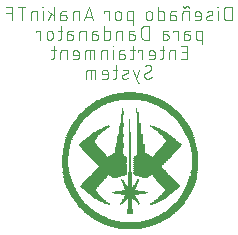
<source format=gbr>
G04 EAGLE Gerber RS-274X export*
G75*
%MOMM*%
%FSLAX34Y34*%
%LPD*%
%INSilkscreen Bottom*%
%IPPOS*%
%AMOC8*
5,1,8,0,0,1.08239X$1,22.5*%
G01*
%ADD10C,0.101600*%
%ADD11R,1.080000X0.020000*%
%ADD12R,1.480000X0.020000*%
%ADD13R,1.960000X0.020000*%
%ADD14R,2.240000X0.020000*%
%ADD15R,2.520000X0.020000*%
%ADD16R,2.720000X0.020000*%
%ADD17R,2.760000X0.020000*%
%ADD18R,3.000000X0.020000*%
%ADD19R,3.200000X0.020000*%
%ADD20R,3.440000X0.020000*%
%ADD21R,3.560000X0.020000*%
%ADD22R,3.720000X0.020000*%
%ADD23R,3.760000X0.020000*%
%ADD24R,3.920000X0.020000*%
%ADD25R,4.060000X0.020000*%
%ADD26R,4.240000X0.020000*%
%ADD27R,4.360000X0.020000*%
%ADD28R,4.400000X0.020000*%
%ADD29R,4.520000X0.020000*%
%ADD30R,4.620000X0.020000*%
%ADD31R,4.760000X0.020000*%
%ADD32R,4.920000X0.020000*%
%ADD33R,2.120000X0.020000*%
%ADD34R,2.080000X0.020000*%
%ADD35R,2.140000X0.020000*%
%ADD36R,2.100000X0.020000*%
%ADD37R,1.840000X0.020000*%
%ADD38R,1.740000X0.020000*%
%ADD39R,1.760000X0.020000*%
%ADD40R,1.640000X0.020000*%
%ADD41R,1.700000X0.020000*%
%ADD42R,1.680000X0.020000*%
%ADD43R,1.560000X0.020000*%
%ADD44R,1.600000X0.020000*%
%ADD45R,1.540000X0.020000*%
%ADD46R,1.500000X0.020000*%
%ADD47R,1.440000X0.020000*%
%ADD48R,1.380000X0.020000*%
%ADD49R,1.420000X0.020000*%
%ADD50R,1.400000X0.020000*%
%ADD51R,1.360000X0.020000*%
%ADD52R,1.320000X0.020000*%
%ADD53R,1.340000X0.020000*%
%ADD54R,1.280000X0.020000*%
%ADD55R,1.300000X0.020000*%
%ADD56R,1.240000X0.020000*%
%ADD57R,1.260000X0.020000*%
%ADD58R,1.200000X0.020000*%
%ADD59R,1.220000X0.020000*%
%ADD60R,1.180000X0.020000*%
%ADD61R,1.160000X0.020000*%
%ADD62R,1.140000X0.020000*%
%ADD63R,1.120000X0.020000*%
%ADD64R,1.100000X0.020000*%
%ADD65R,1.060000X0.020000*%
%ADD66R,1.040000X0.020000*%
%ADD67R,1.020000X0.020000*%
%ADD68R,1.000000X0.020000*%
%ADD69R,0.980000X0.020000*%
%ADD70R,0.960000X0.020000*%
%ADD71R,0.360000X0.020000*%
%ADD72R,0.940000X0.020000*%
%ADD73R,0.440000X0.020000*%
%ADD74R,0.920000X0.020000*%
%ADD75R,0.900000X0.020000*%
%ADD76R,0.880000X0.020000*%
%ADD77R,0.860000X0.020000*%
%ADD78R,0.840000X0.020000*%
%ADD79R,0.420000X0.020000*%
%ADD80R,0.400000X0.020000*%
%ADD81R,0.820000X0.020000*%
%ADD82R,0.800000X0.020000*%
%ADD83R,0.780000X0.020000*%
%ADD84R,0.760000X0.020000*%
%ADD85R,0.040000X0.020000*%
%ADD86R,0.100000X0.020000*%
%ADD87R,0.020000X0.020000*%
%ADD88R,0.220000X0.020000*%
%ADD89R,0.080000X0.020000*%
%ADD90R,0.260000X0.020000*%
%ADD91R,0.240000X0.020000*%
%ADD92R,0.120000X0.020000*%
%ADD93R,0.320000X0.020000*%
%ADD94R,0.140000X0.020000*%
%ADD95R,0.740000X0.020000*%
%ADD96R,0.340000X0.020000*%
%ADD97R,0.380000X0.020000*%
%ADD98R,0.160000X0.020000*%
%ADD99R,0.180000X0.020000*%
%ADD100R,0.720000X0.020000*%
%ADD101R,0.200000X0.020000*%
%ADD102R,0.700000X0.020000*%
%ADD103R,0.480000X0.020000*%
%ADD104R,0.460000X0.020000*%
%ADD105R,0.500000X0.020000*%
%ADD106R,0.520000X0.020000*%
%ADD107R,0.560000X0.020000*%
%ADD108R,0.280000X0.020000*%
%ADD109R,0.300000X0.020000*%
%ADD110R,0.580000X0.020000*%
%ADD111R,0.540000X0.020000*%
%ADD112R,0.680000X0.020000*%
%ADD113R,0.600000X0.020000*%
%ADD114R,0.640000X0.020000*%
%ADD115R,0.620000X0.020000*%
%ADD116R,0.660000X0.020000*%
%ADD117R,1.900000X0.020000*%
%ADD118R,2.280000X0.020000*%
%ADD119R,2.620000X0.020000*%
%ADD120R,2.960000X0.020000*%
%ADD121R,3.020000X0.020000*%
%ADD122R,2.900000X0.020000*%
%ADD123R,2.480000X0.020000*%
%ADD124R,2.360000X0.020000*%
%ADD125R,2.040000X0.020000*%
%ADD126R,1.620000X0.020000*%
%ADD127R,1.460000X0.020000*%
%ADD128R,1.520000X0.020000*%
%ADD129R,2.940000X0.020000*%
%ADD130R,2.920000X0.020000*%
%ADD131R,2.880000X0.020000*%
%ADD132R,2.860000X0.020000*%
%ADD133R,2.840000X0.020000*%
%ADD134R,2.820000X0.020000*%
%ADD135R,2.800000X0.020000*%
%ADD136R,2.780000X0.020000*%
%ADD137R,2.740000X0.020000*%
%ADD138R,2.700000X0.020000*%
%ADD139R,2.680000X0.020000*%
%ADD140R,2.660000X0.020000*%
%ADD141R,2.640000X0.020000*%
%ADD142R,2.600000X0.020000*%
%ADD143R,2.580000X0.020000*%
%ADD144R,2.560000X0.020000*%
%ADD145R,2.540000X0.020000*%
%ADD146R,2.500000X0.020000*%
%ADD147R,2.460000X0.020000*%
%ADD148R,2.440000X0.020000*%
%ADD149R,2.420000X0.020000*%
%ADD150R,2.400000X0.020000*%
%ADD151R,2.340000X0.020000*%
%ADD152R,2.320000X0.020000*%
%ADD153R,2.380000X0.020000*%
%ADD154R,2.980000X0.020000*%
%ADD155R,3.040000X0.020000*%
%ADD156R,3.060000X0.020000*%
%ADD157R,3.080000X0.020000*%
%ADD158R,0.060000X0.020000*%
%ADD159R,1.660000X0.020000*%
%ADD160R,1.720000X0.020000*%
%ADD161R,1.880000X0.020000*%
%ADD162R,4.980000X0.020000*%
%ADD163R,4.940000X0.020000*%
%ADD164R,4.860000X0.020000*%
%ADD165R,4.740000X0.020000*%
%ADD166R,4.720000X0.020000*%
%ADD167R,4.560000X0.020000*%
%ADD168R,4.460000X0.020000*%
%ADD169R,4.320000X0.020000*%
%ADD170R,4.280000X0.020000*%
%ADD171R,4.180000X0.020000*%
%ADD172R,3.840000X0.020000*%
%ADD173R,3.700000X0.020000*%
%ADD174R,3.680000X0.020000*%
%ADD175R,3.500000X0.020000*%
%ADD176R,3.360000X0.020000*%
%ADD177R,3.140000X0.020000*%
%ADD178R,3.120000X0.020000*%
%ADD179R,2.220000X0.020000*%
%ADD180R,1.940000X0.020000*%
%ADD181R,1.920000X0.020000*%


D10*
X490381Y274923D02*
X490381Y286607D01*
X487136Y286607D01*
X487023Y286605D01*
X486910Y286599D01*
X486797Y286589D01*
X486684Y286575D01*
X486572Y286558D01*
X486461Y286536D01*
X486351Y286511D01*
X486241Y286481D01*
X486133Y286448D01*
X486026Y286411D01*
X485920Y286371D01*
X485816Y286326D01*
X485713Y286278D01*
X485612Y286227D01*
X485513Y286172D01*
X485416Y286114D01*
X485321Y286052D01*
X485228Y285987D01*
X485138Y285919D01*
X485050Y285848D01*
X484964Y285773D01*
X484881Y285696D01*
X484801Y285616D01*
X484724Y285533D01*
X484649Y285447D01*
X484578Y285359D01*
X484510Y285269D01*
X484445Y285176D01*
X484383Y285081D01*
X484325Y284984D01*
X484270Y284885D01*
X484219Y284784D01*
X484171Y284681D01*
X484126Y284577D01*
X484086Y284471D01*
X484049Y284364D01*
X484016Y284256D01*
X483986Y284146D01*
X483961Y284036D01*
X483939Y283925D01*
X483922Y283813D01*
X483908Y283700D01*
X483898Y283587D01*
X483892Y283474D01*
X483890Y283361D01*
X483890Y278169D01*
X483892Y278056D01*
X483898Y277943D01*
X483908Y277830D01*
X483922Y277717D01*
X483939Y277605D01*
X483961Y277494D01*
X483986Y277384D01*
X484016Y277274D01*
X484049Y277166D01*
X484086Y277059D01*
X484126Y276953D01*
X484171Y276849D01*
X484219Y276746D01*
X484270Y276645D01*
X484325Y276546D01*
X484383Y276449D01*
X484445Y276354D01*
X484510Y276261D01*
X484578Y276171D01*
X484649Y276083D01*
X484724Y275997D01*
X484801Y275914D01*
X484881Y275834D01*
X484964Y275757D01*
X485050Y275682D01*
X485138Y275611D01*
X485228Y275543D01*
X485321Y275478D01*
X485416Y275416D01*
X485513Y275358D01*
X485612Y275303D01*
X485713Y275252D01*
X485816Y275204D01*
X485920Y275159D01*
X486026Y275119D01*
X486133Y275082D01*
X486241Y275049D01*
X486351Y275019D01*
X486461Y274994D01*
X486572Y274972D01*
X486684Y274955D01*
X486797Y274941D01*
X486910Y274931D01*
X487023Y274925D01*
X487136Y274923D01*
X490381Y274923D01*
X478754Y274923D02*
X478754Y282712D01*
X479078Y285958D02*
X479078Y286607D01*
X478429Y286607D01*
X478429Y285958D01*
X479078Y285958D01*
X473137Y279467D02*
X469892Y278169D01*
X473137Y279466D02*
X473212Y279499D01*
X473286Y279535D01*
X473358Y279574D01*
X473428Y279617D01*
X473495Y279663D01*
X473561Y279713D01*
X473623Y279765D01*
X473684Y279821D01*
X473741Y279879D01*
X473796Y279940D01*
X473847Y280004D01*
X473895Y280070D01*
X473940Y280139D01*
X473982Y280209D01*
X474020Y280282D01*
X474055Y280356D01*
X474086Y280432D01*
X474113Y280509D01*
X474136Y280588D01*
X474156Y280667D01*
X474171Y280748D01*
X474183Y280829D01*
X474191Y280911D01*
X474195Y280992D01*
X474194Y281074D01*
X474190Y281156D01*
X474182Y281238D01*
X474170Y281319D01*
X474154Y281399D01*
X474134Y281479D01*
X474110Y281557D01*
X474082Y281634D01*
X474051Y281710D01*
X474016Y281784D01*
X473978Y281856D01*
X473936Y281927D01*
X473890Y281995D01*
X473842Y282061D01*
X473790Y282124D01*
X473735Y282185D01*
X473677Y282243D01*
X473617Y282299D01*
X473554Y282351D01*
X473488Y282400D01*
X473420Y282446D01*
X473350Y282488D01*
X473278Y282528D01*
X473204Y282563D01*
X473129Y282595D01*
X473052Y282623D01*
X472974Y282647D01*
X472894Y282668D01*
X472814Y282685D01*
X472733Y282697D01*
X472652Y282706D01*
X472570Y282711D01*
X472488Y282712D01*
X472489Y282712D02*
X472312Y282708D01*
X472135Y282699D01*
X471958Y282685D01*
X471781Y282668D01*
X471606Y282646D01*
X471430Y282621D01*
X471256Y282590D01*
X471082Y282556D01*
X470909Y282518D01*
X470737Y282475D01*
X470566Y282428D01*
X470396Y282378D01*
X470227Y282323D01*
X470060Y282264D01*
X469895Y282201D01*
X469730Y282134D01*
X469568Y282063D01*
X469892Y278169D02*
X469817Y278136D01*
X469743Y278100D01*
X469671Y278061D01*
X469601Y278018D01*
X469534Y277972D01*
X469468Y277922D01*
X469406Y277870D01*
X469345Y277814D01*
X469288Y277756D01*
X469233Y277695D01*
X469182Y277631D01*
X469134Y277565D01*
X469089Y277496D01*
X469047Y277426D01*
X469009Y277353D01*
X468974Y277279D01*
X468943Y277203D01*
X468916Y277126D01*
X468893Y277047D01*
X468873Y276968D01*
X468858Y276887D01*
X468846Y276806D01*
X468838Y276724D01*
X468834Y276643D01*
X468835Y276561D01*
X468839Y276479D01*
X468847Y276397D01*
X468859Y276316D01*
X468875Y276236D01*
X468895Y276156D01*
X468919Y276078D01*
X468947Y276001D01*
X468978Y275925D01*
X469013Y275851D01*
X469051Y275779D01*
X469093Y275708D01*
X469139Y275640D01*
X469187Y275574D01*
X469239Y275511D01*
X469294Y275450D01*
X469352Y275392D01*
X469412Y275336D01*
X469475Y275284D01*
X469541Y275235D01*
X469609Y275189D01*
X469679Y275147D01*
X469751Y275107D01*
X469825Y275072D01*
X469900Y275040D01*
X469977Y275012D01*
X470055Y274988D01*
X470135Y274967D01*
X470215Y274950D01*
X470296Y274938D01*
X470377Y274929D01*
X470459Y274924D01*
X470541Y274923D01*
X470801Y274930D01*
X471061Y274943D01*
X471321Y274962D01*
X471580Y274987D01*
X471839Y275019D01*
X472096Y275056D01*
X472353Y275100D01*
X472609Y275149D01*
X472863Y275205D01*
X473116Y275266D01*
X473367Y275334D01*
X473617Y275408D01*
X473865Y275487D01*
X474111Y275572D01*
X462258Y274923D02*
X459012Y274923D01*
X462258Y274923D02*
X462345Y274925D01*
X462433Y274931D01*
X462519Y274941D01*
X462606Y274954D01*
X462691Y274972D01*
X462776Y274993D01*
X462860Y275018D01*
X462942Y275047D01*
X463023Y275080D01*
X463103Y275116D01*
X463181Y275155D01*
X463257Y275199D01*
X463331Y275245D01*
X463402Y275295D01*
X463472Y275348D01*
X463539Y275404D01*
X463603Y275463D01*
X463665Y275525D01*
X463724Y275589D01*
X463780Y275656D01*
X463833Y275726D01*
X463883Y275797D01*
X463929Y275871D01*
X463973Y275947D01*
X464012Y276025D01*
X464048Y276105D01*
X464081Y276186D01*
X464110Y276268D01*
X464135Y276352D01*
X464156Y276437D01*
X464174Y276522D01*
X464187Y276609D01*
X464197Y276695D01*
X464203Y276783D01*
X464205Y276870D01*
X464205Y280116D01*
X464203Y280217D01*
X464197Y280317D01*
X464187Y280417D01*
X464174Y280517D01*
X464156Y280616D01*
X464135Y280715D01*
X464110Y280812D01*
X464081Y280909D01*
X464048Y281004D01*
X464012Y281098D01*
X463972Y281190D01*
X463929Y281281D01*
X463882Y281370D01*
X463832Y281457D01*
X463778Y281543D01*
X463721Y281626D01*
X463661Y281706D01*
X463598Y281785D01*
X463531Y281861D01*
X463462Y281934D01*
X463390Y282004D01*
X463316Y282072D01*
X463239Y282137D01*
X463159Y282198D01*
X463077Y282257D01*
X462993Y282312D01*
X462907Y282364D01*
X462819Y282413D01*
X462729Y282458D01*
X462637Y282500D01*
X462544Y282538D01*
X462449Y282572D01*
X462354Y282603D01*
X462257Y282630D01*
X462159Y282653D01*
X462060Y282673D01*
X461960Y282688D01*
X461860Y282700D01*
X461760Y282708D01*
X461659Y282712D01*
X461559Y282712D01*
X461458Y282708D01*
X461358Y282700D01*
X461258Y282688D01*
X461158Y282673D01*
X461059Y282653D01*
X460961Y282630D01*
X460864Y282603D01*
X460769Y282572D01*
X460674Y282538D01*
X460581Y282500D01*
X460489Y282458D01*
X460399Y282413D01*
X460311Y282364D01*
X460225Y282312D01*
X460141Y282257D01*
X460059Y282198D01*
X459979Y282137D01*
X459902Y282072D01*
X459828Y282004D01*
X459756Y281934D01*
X459687Y281861D01*
X459620Y281785D01*
X459557Y281706D01*
X459497Y281626D01*
X459440Y281543D01*
X459386Y281457D01*
X459336Y281370D01*
X459289Y281281D01*
X459246Y281190D01*
X459206Y281098D01*
X459170Y281004D01*
X459137Y280909D01*
X459108Y280812D01*
X459083Y280715D01*
X459062Y280616D01*
X459044Y280517D01*
X459031Y280417D01*
X459021Y280317D01*
X459015Y280217D01*
X459013Y280116D01*
X459012Y280116D02*
X459012Y278818D01*
X464205Y278818D01*
X453918Y274923D02*
X453918Y282712D01*
X450673Y282712D01*
X450586Y282710D01*
X450498Y282704D01*
X450412Y282694D01*
X450325Y282681D01*
X450240Y282663D01*
X450155Y282642D01*
X450071Y282617D01*
X449989Y282588D01*
X449908Y282555D01*
X449828Y282519D01*
X449750Y282480D01*
X449674Y282436D01*
X449600Y282390D01*
X449529Y282340D01*
X449459Y282287D01*
X449392Y282231D01*
X449328Y282172D01*
X449266Y282111D01*
X449207Y282046D01*
X449151Y281979D01*
X449098Y281909D01*
X449048Y281838D01*
X449002Y281764D01*
X448959Y281688D01*
X448919Y281610D01*
X448883Y281530D01*
X448850Y281449D01*
X448821Y281367D01*
X448796Y281283D01*
X448775Y281198D01*
X448757Y281113D01*
X448744Y281026D01*
X448734Y280940D01*
X448728Y280852D01*
X448726Y280765D01*
X448725Y280765D02*
X448725Y274923D01*
X453918Y285633D02*
X453916Y285703D01*
X453910Y285773D01*
X453901Y285843D01*
X453888Y285912D01*
X453871Y285980D01*
X453850Y286047D01*
X453826Y286113D01*
X453798Y286178D01*
X453767Y286241D01*
X453732Y286302D01*
X453694Y286361D01*
X453653Y286419D01*
X453609Y286473D01*
X453562Y286526D01*
X453513Y286575D01*
X453460Y286622D01*
X453406Y286666D01*
X453348Y286707D01*
X453289Y286745D01*
X453228Y286780D01*
X453165Y286811D01*
X453100Y286839D01*
X453034Y286863D01*
X452967Y286884D01*
X452899Y286901D01*
X452830Y286914D01*
X452760Y286923D01*
X452690Y286929D01*
X452620Y286931D01*
X452620Y286932D02*
X452558Y286930D01*
X452496Y286925D01*
X452435Y286916D01*
X452374Y286903D01*
X452314Y286887D01*
X452255Y286867D01*
X452198Y286844D01*
X452142Y286817D01*
X452087Y286788D01*
X452035Y286755D01*
X451984Y286719D01*
X451936Y286680D01*
X451890Y286639D01*
X451846Y286594D01*
X451806Y286548D01*
X451768Y286499D01*
X451732Y286447D01*
X451701Y286394D01*
X451672Y286339D01*
X451646Y286283D01*
X451646Y286282D02*
X451620Y286226D01*
X451591Y286171D01*
X451560Y286118D01*
X451524Y286066D01*
X451486Y286017D01*
X451446Y285971D01*
X451402Y285927D01*
X451356Y285885D01*
X451308Y285846D01*
X451257Y285810D01*
X451205Y285777D01*
X451150Y285748D01*
X451094Y285721D01*
X451037Y285698D01*
X450978Y285678D01*
X450918Y285662D01*
X450857Y285649D01*
X450796Y285640D01*
X450734Y285635D01*
X450672Y285633D01*
X450602Y285635D01*
X450532Y285641D01*
X450462Y285650D01*
X450393Y285663D01*
X450325Y285680D01*
X450258Y285701D01*
X450192Y285725D01*
X450127Y285753D01*
X450064Y285784D01*
X450003Y285819D01*
X449944Y285857D01*
X449887Y285898D01*
X449832Y285942D01*
X449779Y285989D01*
X449730Y286038D01*
X449683Y286091D01*
X449639Y286146D01*
X449598Y286203D01*
X449560Y286262D01*
X449525Y286323D01*
X449494Y286386D01*
X449466Y286451D01*
X449442Y286517D01*
X449421Y286584D01*
X449404Y286652D01*
X449391Y286721D01*
X449382Y286791D01*
X449376Y286861D01*
X449374Y286931D01*
X441418Y279467D02*
X438497Y279467D01*
X441418Y279467D02*
X441512Y279465D01*
X441606Y279459D01*
X441699Y279450D01*
X441792Y279436D01*
X441884Y279419D01*
X441976Y279397D01*
X442066Y279373D01*
X442156Y279344D01*
X442244Y279312D01*
X442331Y279276D01*
X442416Y279236D01*
X442499Y279193D01*
X442581Y279147D01*
X442661Y279097D01*
X442738Y279044D01*
X442813Y278988D01*
X442886Y278929D01*
X442957Y278867D01*
X443025Y278802D01*
X443090Y278734D01*
X443152Y278663D01*
X443211Y278590D01*
X443267Y278515D01*
X443320Y278438D01*
X443370Y278358D01*
X443416Y278276D01*
X443459Y278193D01*
X443499Y278108D01*
X443535Y278021D01*
X443567Y277933D01*
X443596Y277843D01*
X443620Y277753D01*
X443642Y277661D01*
X443659Y277569D01*
X443673Y277476D01*
X443682Y277383D01*
X443688Y277289D01*
X443690Y277195D01*
X443688Y277101D01*
X443682Y277007D01*
X443673Y276914D01*
X443659Y276821D01*
X443642Y276729D01*
X443620Y276637D01*
X443596Y276547D01*
X443567Y276457D01*
X443535Y276369D01*
X443499Y276282D01*
X443459Y276197D01*
X443416Y276114D01*
X443370Y276032D01*
X443320Y275952D01*
X443267Y275875D01*
X443211Y275800D01*
X443152Y275727D01*
X443090Y275656D01*
X443025Y275588D01*
X442957Y275523D01*
X442886Y275461D01*
X442813Y275402D01*
X442738Y275346D01*
X442661Y275293D01*
X442581Y275243D01*
X442499Y275197D01*
X442416Y275154D01*
X442331Y275114D01*
X442244Y275078D01*
X442156Y275046D01*
X442066Y275017D01*
X441976Y274993D01*
X441884Y274971D01*
X441792Y274954D01*
X441699Y274940D01*
X441606Y274931D01*
X441512Y274925D01*
X441418Y274923D01*
X438497Y274923D01*
X438497Y280765D01*
X438499Y280852D01*
X438505Y280940D01*
X438515Y281026D01*
X438528Y281113D01*
X438546Y281198D01*
X438567Y281283D01*
X438592Y281367D01*
X438621Y281449D01*
X438654Y281530D01*
X438690Y281610D01*
X438729Y281688D01*
X438773Y281764D01*
X438819Y281838D01*
X438869Y281909D01*
X438922Y281979D01*
X438978Y282046D01*
X439037Y282111D01*
X439099Y282172D01*
X439163Y282231D01*
X439230Y282287D01*
X439300Y282340D01*
X439371Y282390D01*
X439445Y282436D01*
X439521Y282480D01*
X439599Y282519D01*
X439679Y282555D01*
X439760Y282588D01*
X439842Y282617D01*
X439926Y282642D01*
X440011Y282663D01*
X440096Y282681D01*
X440183Y282694D01*
X440270Y282704D01*
X440357Y282710D01*
X440444Y282712D01*
X443041Y282712D01*
X428210Y286607D02*
X428210Y274923D01*
X431456Y274923D01*
X431543Y274925D01*
X431631Y274931D01*
X431717Y274941D01*
X431804Y274954D01*
X431889Y274972D01*
X431974Y274993D01*
X432058Y275018D01*
X432140Y275047D01*
X432221Y275080D01*
X432301Y275116D01*
X432379Y275155D01*
X432455Y275199D01*
X432529Y275245D01*
X432600Y275295D01*
X432670Y275348D01*
X432737Y275404D01*
X432801Y275463D01*
X432863Y275525D01*
X432922Y275589D01*
X432978Y275656D01*
X433031Y275726D01*
X433081Y275797D01*
X433127Y275871D01*
X433171Y275947D01*
X433210Y276025D01*
X433246Y276105D01*
X433279Y276186D01*
X433308Y276268D01*
X433333Y276352D01*
X433354Y276437D01*
X433372Y276522D01*
X433385Y276609D01*
X433395Y276695D01*
X433401Y276783D01*
X433403Y276870D01*
X433403Y280765D01*
X433401Y280852D01*
X433395Y280940D01*
X433385Y281026D01*
X433372Y281113D01*
X433354Y281198D01*
X433333Y281283D01*
X433308Y281367D01*
X433279Y281449D01*
X433246Y281530D01*
X433210Y281610D01*
X433171Y281688D01*
X433127Y281764D01*
X433081Y281838D01*
X433031Y281909D01*
X432978Y281979D01*
X432922Y282046D01*
X432863Y282110D01*
X432801Y282172D01*
X432737Y282231D01*
X432670Y282287D01*
X432600Y282340D01*
X432529Y282390D01*
X432455Y282436D01*
X432379Y282480D01*
X432301Y282519D01*
X432221Y282555D01*
X432140Y282588D01*
X432058Y282617D01*
X431974Y282642D01*
X431889Y282663D01*
X431804Y282681D01*
X431717Y282694D01*
X431631Y282704D01*
X431543Y282710D01*
X431456Y282712D01*
X428210Y282712D01*
X423057Y280116D02*
X423057Y277519D01*
X423057Y280116D02*
X423055Y280217D01*
X423049Y280317D01*
X423039Y280417D01*
X423026Y280517D01*
X423008Y280616D01*
X422987Y280715D01*
X422962Y280812D01*
X422933Y280909D01*
X422900Y281004D01*
X422864Y281098D01*
X422824Y281190D01*
X422781Y281281D01*
X422734Y281370D01*
X422684Y281457D01*
X422630Y281543D01*
X422573Y281626D01*
X422513Y281706D01*
X422450Y281785D01*
X422383Y281861D01*
X422314Y281934D01*
X422242Y282004D01*
X422168Y282072D01*
X422091Y282137D01*
X422011Y282198D01*
X421929Y282257D01*
X421845Y282312D01*
X421759Y282364D01*
X421671Y282413D01*
X421581Y282458D01*
X421489Y282500D01*
X421396Y282538D01*
X421301Y282572D01*
X421206Y282603D01*
X421109Y282630D01*
X421011Y282653D01*
X420912Y282673D01*
X420812Y282688D01*
X420712Y282700D01*
X420612Y282708D01*
X420511Y282712D01*
X420411Y282712D01*
X420310Y282708D01*
X420210Y282700D01*
X420110Y282688D01*
X420010Y282673D01*
X419911Y282653D01*
X419813Y282630D01*
X419716Y282603D01*
X419621Y282572D01*
X419526Y282538D01*
X419433Y282500D01*
X419341Y282458D01*
X419251Y282413D01*
X419163Y282364D01*
X419077Y282312D01*
X418993Y282257D01*
X418911Y282198D01*
X418831Y282137D01*
X418754Y282072D01*
X418680Y282004D01*
X418608Y281934D01*
X418539Y281861D01*
X418472Y281785D01*
X418409Y281706D01*
X418349Y281626D01*
X418292Y281543D01*
X418238Y281457D01*
X418188Y281370D01*
X418141Y281281D01*
X418098Y281190D01*
X418058Y281098D01*
X418022Y281004D01*
X417989Y280909D01*
X417960Y280812D01*
X417935Y280715D01*
X417914Y280616D01*
X417896Y280517D01*
X417883Y280417D01*
X417873Y280317D01*
X417867Y280217D01*
X417865Y280116D01*
X417864Y280116D02*
X417864Y277519D01*
X417865Y277519D02*
X417867Y277418D01*
X417873Y277318D01*
X417883Y277218D01*
X417896Y277118D01*
X417914Y277019D01*
X417935Y276920D01*
X417960Y276823D01*
X417989Y276726D01*
X418022Y276631D01*
X418058Y276537D01*
X418098Y276445D01*
X418141Y276354D01*
X418188Y276265D01*
X418238Y276178D01*
X418292Y276092D01*
X418349Y276009D01*
X418409Y275929D01*
X418472Y275850D01*
X418539Y275774D01*
X418608Y275701D01*
X418680Y275631D01*
X418754Y275563D01*
X418831Y275498D01*
X418911Y275437D01*
X418993Y275378D01*
X419077Y275323D01*
X419163Y275271D01*
X419251Y275222D01*
X419341Y275177D01*
X419433Y275135D01*
X419526Y275097D01*
X419621Y275063D01*
X419716Y275032D01*
X419813Y275005D01*
X419911Y274982D01*
X420010Y274962D01*
X420110Y274947D01*
X420210Y274935D01*
X420310Y274927D01*
X420411Y274923D01*
X420511Y274923D01*
X420612Y274927D01*
X420712Y274935D01*
X420812Y274947D01*
X420912Y274962D01*
X421011Y274982D01*
X421109Y275005D01*
X421206Y275032D01*
X421301Y275063D01*
X421396Y275097D01*
X421489Y275135D01*
X421581Y275177D01*
X421671Y275222D01*
X421759Y275271D01*
X421845Y275323D01*
X421929Y275378D01*
X422011Y275437D01*
X422091Y275498D01*
X422168Y275563D01*
X422242Y275631D01*
X422314Y275701D01*
X422383Y275774D01*
X422450Y275850D01*
X422513Y275929D01*
X422573Y276009D01*
X422630Y276092D01*
X422684Y276178D01*
X422734Y276265D01*
X422781Y276354D01*
X422824Y276445D01*
X422864Y276537D01*
X422900Y276631D01*
X422933Y276726D01*
X422962Y276823D01*
X422987Y276920D01*
X423008Y277019D01*
X423026Y277118D01*
X423039Y277218D01*
X423049Y277318D01*
X423055Y277418D01*
X423057Y277519D01*
X406615Y282712D02*
X406615Y271028D01*
X406615Y282712D02*
X403370Y282712D01*
X403283Y282710D01*
X403195Y282704D01*
X403109Y282694D01*
X403022Y282681D01*
X402937Y282663D01*
X402852Y282642D01*
X402768Y282617D01*
X402686Y282588D01*
X402605Y282555D01*
X402525Y282519D01*
X402447Y282480D01*
X402371Y282436D01*
X402297Y282390D01*
X402226Y282340D01*
X402156Y282287D01*
X402089Y282231D01*
X402025Y282172D01*
X401963Y282111D01*
X401904Y282046D01*
X401848Y281979D01*
X401795Y281909D01*
X401745Y281838D01*
X401699Y281764D01*
X401656Y281688D01*
X401616Y281610D01*
X401580Y281530D01*
X401547Y281449D01*
X401518Y281367D01*
X401493Y281283D01*
X401472Y281198D01*
X401454Y281113D01*
X401441Y281026D01*
X401431Y280940D01*
X401425Y280852D01*
X401423Y280765D01*
X401422Y280765D02*
X401422Y276870D01*
X401423Y276870D02*
X401425Y276783D01*
X401431Y276695D01*
X401441Y276609D01*
X401454Y276522D01*
X401472Y276437D01*
X401493Y276352D01*
X401518Y276268D01*
X401547Y276186D01*
X401580Y276105D01*
X401616Y276025D01*
X401655Y275947D01*
X401699Y275871D01*
X401745Y275797D01*
X401795Y275726D01*
X401848Y275656D01*
X401904Y275589D01*
X401963Y275524D01*
X402025Y275463D01*
X402089Y275404D01*
X402156Y275348D01*
X402226Y275295D01*
X402297Y275245D01*
X402371Y275199D01*
X402447Y275155D01*
X402525Y275116D01*
X402605Y275080D01*
X402686Y275047D01*
X402768Y275018D01*
X402852Y274993D01*
X402937Y274972D01*
X403022Y274954D01*
X403109Y274941D01*
X403196Y274931D01*
X403283Y274925D01*
X403370Y274923D01*
X406615Y274923D01*
X396768Y277519D02*
X396768Y280116D01*
X396766Y280217D01*
X396760Y280317D01*
X396750Y280417D01*
X396737Y280517D01*
X396719Y280616D01*
X396698Y280715D01*
X396673Y280812D01*
X396644Y280909D01*
X396611Y281004D01*
X396575Y281098D01*
X396535Y281190D01*
X396492Y281281D01*
X396445Y281370D01*
X396395Y281457D01*
X396341Y281543D01*
X396284Y281626D01*
X396224Y281706D01*
X396161Y281785D01*
X396094Y281861D01*
X396025Y281934D01*
X395953Y282004D01*
X395879Y282072D01*
X395802Y282137D01*
X395722Y282198D01*
X395640Y282257D01*
X395556Y282312D01*
X395470Y282364D01*
X395382Y282413D01*
X395292Y282458D01*
X395200Y282500D01*
X395107Y282538D01*
X395012Y282572D01*
X394917Y282603D01*
X394820Y282630D01*
X394722Y282653D01*
X394623Y282673D01*
X394523Y282688D01*
X394423Y282700D01*
X394323Y282708D01*
X394222Y282712D01*
X394122Y282712D01*
X394021Y282708D01*
X393921Y282700D01*
X393821Y282688D01*
X393721Y282673D01*
X393622Y282653D01*
X393524Y282630D01*
X393427Y282603D01*
X393332Y282572D01*
X393237Y282538D01*
X393144Y282500D01*
X393052Y282458D01*
X392962Y282413D01*
X392874Y282364D01*
X392788Y282312D01*
X392704Y282257D01*
X392622Y282198D01*
X392542Y282137D01*
X392465Y282072D01*
X392391Y282004D01*
X392319Y281934D01*
X392250Y281861D01*
X392183Y281785D01*
X392120Y281706D01*
X392060Y281626D01*
X392003Y281543D01*
X391949Y281457D01*
X391899Y281370D01*
X391852Y281281D01*
X391809Y281190D01*
X391769Y281098D01*
X391733Y281004D01*
X391700Y280909D01*
X391671Y280812D01*
X391646Y280715D01*
X391625Y280616D01*
X391607Y280517D01*
X391594Y280417D01*
X391584Y280317D01*
X391578Y280217D01*
X391576Y280116D01*
X391575Y280116D02*
X391575Y277519D01*
X391576Y277519D02*
X391578Y277418D01*
X391584Y277318D01*
X391594Y277218D01*
X391607Y277118D01*
X391625Y277019D01*
X391646Y276920D01*
X391671Y276823D01*
X391700Y276726D01*
X391733Y276631D01*
X391769Y276537D01*
X391809Y276445D01*
X391852Y276354D01*
X391899Y276265D01*
X391949Y276178D01*
X392003Y276092D01*
X392060Y276009D01*
X392120Y275929D01*
X392183Y275850D01*
X392250Y275774D01*
X392319Y275701D01*
X392391Y275631D01*
X392465Y275563D01*
X392542Y275498D01*
X392622Y275437D01*
X392704Y275378D01*
X392788Y275323D01*
X392874Y275271D01*
X392962Y275222D01*
X393052Y275177D01*
X393144Y275135D01*
X393237Y275097D01*
X393332Y275063D01*
X393427Y275032D01*
X393524Y275005D01*
X393622Y274982D01*
X393721Y274962D01*
X393821Y274947D01*
X393921Y274935D01*
X394021Y274927D01*
X394122Y274923D01*
X394222Y274923D01*
X394323Y274927D01*
X394423Y274935D01*
X394523Y274947D01*
X394623Y274962D01*
X394722Y274982D01*
X394820Y275005D01*
X394917Y275032D01*
X395012Y275063D01*
X395107Y275097D01*
X395200Y275135D01*
X395292Y275177D01*
X395382Y275222D01*
X395470Y275271D01*
X395556Y275323D01*
X395640Y275378D01*
X395722Y275437D01*
X395802Y275498D01*
X395879Y275563D01*
X395953Y275631D01*
X396025Y275701D01*
X396094Y275774D01*
X396161Y275850D01*
X396224Y275929D01*
X396284Y276009D01*
X396341Y276092D01*
X396395Y276178D01*
X396445Y276265D01*
X396492Y276354D01*
X396535Y276445D01*
X396575Y276537D01*
X396611Y276631D01*
X396644Y276726D01*
X396673Y276823D01*
X396698Y276920D01*
X396719Y277019D01*
X396737Y277118D01*
X396750Y277218D01*
X396760Y277318D01*
X396766Y277418D01*
X396768Y277519D01*
X386415Y274923D02*
X386415Y282712D01*
X382520Y282712D01*
X382520Y281414D01*
X373301Y274923D02*
X369407Y286607D01*
X365512Y274923D01*
X366486Y277844D02*
X372328Y277844D01*
X360954Y274923D02*
X360954Y282712D01*
X357709Y282712D01*
X357622Y282710D01*
X357534Y282704D01*
X357448Y282694D01*
X357361Y282681D01*
X357276Y282663D01*
X357191Y282642D01*
X357107Y282617D01*
X357025Y282588D01*
X356944Y282555D01*
X356864Y282519D01*
X356786Y282480D01*
X356710Y282436D01*
X356636Y282390D01*
X356565Y282340D01*
X356495Y282287D01*
X356428Y282231D01*
X356364Y282172D01*
X356302Y282111D01*
X356243Y282046D01*
X356187Y281979D01*
X356134Y281909D01*
X356084Y281838D01*
X356038Y281764D01*
X355995Y281688D01*
X355955Y281610D01*
X355919Y281530D01*
X355886Y281449D01*
X355857Y281367D01*
X355832Y281283D01*
X355811Y281198D01*
X355793Y281113D01*
X355780Y281026D01*
X355770Y280940D01*
X355764Y280852D01*
X355762Y280765D01*
X355761Y280765D02*
X355761Y274923D01*
X348454Y279467D02*
X345533Y279467D01*
X348454Y279467D02*
X348548Y279465D01*
X348642Y279459D01*
X348735Y279450D01*
X348828Y279436D01*
X348920Y279419D01*
X349012Y279397D01*
X349102Y279373D01*
X349192Y279344D01*
X349280Y279312D01*
X349367Y279276D01*
X349452Y279236D01*
X349535Y279193D01*
X349617Y279147D01*
X349697Y279097D01*
X349774Y279044D01*
X349849Y278988D01*
X349922Y278929D01*
X349993Y278867D01*
X350061Y278802D01*
X350126Y278734D01*
X350188Y278663D01*
X350247Y278590D01*
X350303Y278515D01*
X350356Y278438D01*
X350406Y278358D01*
X350452Y278276D01*
X350495Y278193D01*
X350535Y278108D01*
X350571Y278021D01*
X350603Y277933D01*
X350632Y277843D01*
X350656Y277753D01*
X350678Y277661D01*
X350695Y277569D01*
X350709Y277476D01*
X350718Y277383D01*
X350724Y277289D01*
X350726Y277195D01*
X350724Y277101D01*
X350718Y277007D01*
X350709Y276914D01*
X350695Y276821D01*
X350678Y276729D01*
X350656Y276637D01*
X350632Y276547D01*
X350603Y276457D01*
X350571Y276369D01*
X350535Y276282D01*
X350495Y276197D01*
X350452Y276114D01*
X350406Y276032D01*
X350356Y275952D01*
X350303Y275875D01*
X350247Y275800D01*
X350188Y275727D01*
X350126Y275656D01*
X350061Y275588D01*
X349993Y275523D01*
X349922Y275461D01*
X349849Y275402D01*
X349774Y275346D01*
X349697Y275293D01*
X349617Y275243D01*
X349535Y275197D01*
X349452Y275154D01*
X349367Y275114D01*
X349280Y275078D01*
X349192Y275046D01*
X349102Y275017D01*
X349012Y274993D01*
X348920Y274971D01*
X348828Y274954D01*
X348735Y274940D01*
X348642Y274931D01*
X348548Y274925D01*
X348454Y274923D01*
X345533Y274923D01*
X345533Y280765D01*
X345535Y280852D01*
X345541Y280940D01*
X345551Y281026D01*
X345564Y281113D01*
X345582Y281198D01*
X345603Y281283D01*
X345628Y281367D01*
X345657Y281449D01*
X345690Y281530D01*
X345726Y281610D01*
X345765Y281688D01*
X345809Y281764D01*
X345855Y281838D01*
X345905Y281909D01*
X345958Y281979D01*
X346014Y282046D01*
X346073Y282111D01*
X346135Y282172D01*
X346199Y282231D01*
X346266Y282287D01*
X346336Y282340D01*
X346407Y282390D01*
X346481Y282436D01*
X346557Y282480D01*
X346635Y282519D01*
X346715Y282555D01*
X346796Y282588D01*
X346878Y282617D01*
X346962Y282642D01*
X347047Y282663D01*
X347132Y282681D01*
X347219Y282694D01*
X347306Y282704D01*
X347393Y282710D01*
X347480Y282712D01*
X347481Y282712D02*
X350077Y282712D01*
X339864Y286607D02*
X339864Y274923D01*
X339864Y278818D02*
X334671Y282712D01*
X337592Y280440D02*
X334671Y274923D01*
X330545Y274923D02*
X330545Y282712D01*
X330869Y285958D02*
X330869Y286607D01*
X330220Y286607D01*
X330220Y285958D01*
X330869Y285958D01*
X325521Y282712D02*
X325521Y274923D01*
X325521Y282712D02*
X322276Y282712D01*
X322189Y282710D01*
X322101Y282704D01*
X322015Y282694D01*
X321928Y282681D01*
X321843Y282663D01*
X321758Y282642D01*
X321674Y282617D01*
X321592Y282588D01*
X321511Y282555D01*
X321431Y282519D01*
X321353Y282480D01*
X321277Y282436D01*
X321203Y282390D01*
X321132Y282340D01*
X321062Y282287D01*
X320995Y282231D01*
X320931Y282172D01*
X320869Y282111D01*
X320810Y282046D01*
X320754Y281979D01*
X320701Y281909D01*
X320651Y281838D01*
X320605Y281764D01*
X320562Y281688D01*
X320522Y281610D01*
X320486Y281530D01*
X320453Y281449D01*
X320424Y281367D01*
X320399Y281283D01*
X320378Y281198D01*
X320360Y281113D01*
X320347Y281026D01*
X320337Y280940D01*
X320331Y280852D01*
X320329Y280765D01*
X320328Y280765D02*
X320328Y274923D01*
X312638Y274923D02*
X312638Y286607D01*
X315883Y286607D02*
X309392Y286607D01*
X304812Y286607D02*
X304812Y274923D01*
X304812Y286607D02*
X299619Y286607D01*
X299619Y281414D02*
X304812Y281414D01*
X465340Y266202D02*
X465340Y254518D01*
X465340Y266202D02*
X462095Y266202D01*
X462008Y266200D01*
X461920Y266194D01*
X461834Y266184D01*
X461747Y266171D01*
X461662Y266153D01*
X461577Y266132D01*
X461493Y266107D01*
X461411Y266078D01*
X461330Y266045D01*
X461250Y266009D01*
X461172Y265970D01*
X461096Y265926D01*
X461022Y265880D01*
X460951Y265830D01*
X460881Y265777D01*
X460814Y265721D01*
X460750Y265662D01*
X460688Y265601D01*
X460629Y265536D01*
X460573Y265469D01*
X460520Y265399D01*
X460470Y265328D01*
X460424Y265254D01*
X460381Y265178D01*
X460341Y265100D01*
X460305Y265020D01*
X460272Y264939D01*
X460243Y264857D01*
X460218Y264773D01*
X460197Y264688D01*
X460179Y264603D01*
X460166Y264516D01*
X460156Y264430D01*
X460150Y264342D01*
X460148Y264255D01*
X460148Y260360D01*
X460150Y260273D01*
X460156Y260185D01*
X460166Y260099D01*
X460179Y260012D01*
X460197Y259927D01*
X460218Y259842D01*
X460243Y259758D01*
X460272Y259676D01*
X460305Y259595D01*
X460341Y259515D01*
X460380Y259437D01*
X460424Y259361D01*
X460470Y259287D01*
X460520Y259216D01*
X460573Y259146D01*
X460629Y259079D01*
X460688Y259014D01*
X460750Y258953D01*
X460814Y258894D01*
X460881Y258838D01*
X460951Y258785D01*
X461022Y258735D01*
X461096Y258689D01*
X461172Y258645D01*
X461250Y258606D01*
X461330Y258570D01*
X461411Y258537D01*
X461493Y258508D01*
X461577Y258483D01*
X461662Y258462D01*
X461747Y258444D01*
X461834Y258431D01*
X461921Y258421D01*
X462008Y258415D01*
X462095Y258413D01*
X465340Y258413D01*
X453280Y262957D02*
X450359Y262957D01*
X453280Y262957D02*
X453374Y262955D01*
X453468Y262949D01*
X453561Y262940D01*
X453654Y262926D01*
X453746Y262909D01*
X453838Y262887D01*
X453928Y262863D01*
X454018Y262834D01*
X454106Y262802D01*
X454193Y262766D01*
X454278Y262726D01*
X454361Y262683D01*
X454443Y262637D01*
X454523Y262587D01*
X454600Y262534D01*
X454675Y262478D01*
X454748Y262419D01*
X454819Y262357D01*
X454887Y262292D01*
X454952Y262224D01*
X455014Y262153D01*
X455073Y262080D01*
X455129Y262005D01*
X455182Y261928D01*
X455232Y261848D01*
X455278Y261766D01*
X455321Y261683D01*
X455361Y261598D01*
X455397Y261511D01*
X455429Y261423D01*
X455458Y261333D01*
X455482Y261243D01*
X455504Y261151D01*
X455521Y261059D01*
X455535Y260966D01*
X455544Y260873D01*
X455550Y260779D01*
X455552Y260685D01*
X455550Y260591D01*
X455544Y260497D01*
X455535Y260404D01*
X455521Y260311D01*
X455504Y260219D01*
X455482Y260127D01*
X455458Y260037D01*
X455429Y259947D01*
X455397Y259859D01*
X455361Y259772D01*
X455321Y259687D01*
X455278Y259604D01*
X455232Y259522D01*
X455182Y259442D01*
X455129Y259365D01*
X455073Y259290D01*
X455014Y259217D01*
X454952Y259146D01*
X454887Y259078D01*
X454819Y259013D01*
X454748Y258951D01*
X454675Y258892D01*
X454600Y258836D01*
X454523Y258783D01*
X454443Y258733D01*
X454361Y258687D01*
X454278Y258644D01*
X454193Y258604D01*
X454106Y258568D01*
X454018Y258536D01*
X453928Y258507D01*
X453838Y258483D01*
X453746Y258461D01*
X453654Y258444D01*
X453561Y258430D01*
X453468Y258421D01*
X453374Y258415D01*
X453280Y258413D01*
X450359Y258413D01*
X450359Y264255D01*
X450360Y264255D02*
X450362Y264342D01*
X450368Y264430D01*
X450378Y264516D01*
X450391Y264603D01*
X450409Y264688D01*
X450430Y264773D01*
X450455Y264857D01*
X450484Y264939D01*
X450517Y265020D01*
X450553Y265100D01*
X450592Y265178D01*
X450636Y265254D01*
X450682Y265328D01*
X450732Y265399D01*
X450785Y265469D01*
X450841Y265536D01*
X450900Y265601D01*
X450962Y265662D01*
X451026Y265721D01*
X451093Y265777D01*
X451163Y265830D01*
X451234Y265880D01*
X451308Y265926D01*
X451384Y265970D01*
X451462Y266009D01*
X451542Y266045D01*
X451623Y266078D01*
X451705Y266107D01*
X451789Y266132D01*
X451874Y266153D01*
X451959Y266171D01*
X452046Y266184D01*
X452133Y266194D01*
X452220Y266200D01*
X452307Y266202D01*
X454903Y266202D01*
X444759Y266202D02*
X444759Y258413D01*
X444759Y266202D02*
X440864Y266202D01*
X440864Y264904D01*
X434992Y262957D02*
X432071Y262957D01*
X434992Y262957D02*
X435086Y262955D01*
X435180Y262949D01*
X435273Y262940D01*
X435366Y262926D01*
X435458Y262909D01*
X435550Y262887D01*
X435640Y262863D01*
X435730Y262834D01*
X435818Y262802D01*
X435905Y262766D01*
X435990Y262726D01*
X436073Y262683D01*
X436155Y262637D01*
X436235Y262587D01*
X436312Y262534D01*
X436387Y262478D01*
X436460Y262419D01*
X436531Y262357D01*
X436599Y262292D01*
X436664Y262224D01*
X436726Y262153D01*
X436785Y262080D01*
X436841Y262005D01*
X436894Y261928D01*
X436944Y261848D01*
X436990Y261766D01*
X437033Y261683D01*
X437073Y261598D01*
X437109Y261511D01*
X437141Y261423D01*
X437170Y261333D01*
X437194Y261243D01*
X437216Y261151D01*
X437233Y261059D01*
X437247Y260966D01*
X437256Y260873D01*
X437262Y260779D01*
X437264Y260685D01*
X437262Y260591D01*
X437256Y260497D01*
X437247Y260404D01*
X437233Y260311D01*
X437216Y260219D01*
X437194Y260127D01*
X437170Y260037D01*
X437141Y259947D01*
X437109Y259859D01*
X437073Y259772D01*
X437033Y259687D01*
X436990Y259604D01*
X436944Y259522D01*
X436894Y259442D01*
X436841Y259365D01*
X436785Y259290D01*
X436726Y259217D01*
X436664Y259146D01*
X436599Y259078D01*
X436531Y259013D01*
X436460Y258951D01*
X436387Y258892D01*
X436312Y258836D01*
X436235Y258783D01*
X436155Y258733D01*
X436073Y258687D01*
X435990Y258644D01*
X435905Y258604D01*
X435818Y258568D01*
X435730Y258536D01*
X435640Y258507D01*
X435550Y258483D01*
X435458Y258461D01*
X435366Y258444D01*
X435273Y258430D01*
X435180Y258421D01*
X435086Y258415D01*
X434992Y258413D01*
X432071Y258413D01*
X432071Y264255D01*
X432072Y264255D02*
X432074Y264342D01*
X432080Y264430D01*
X432090Y264516D01*
X432103Y264603D01*
X432121Y264688D01*
X432142Y264773D01*
X432167Y264857D01*
X432196Y264939D01*
X432229Y265020D01*
X432265Y265100D01*
X432304Y265178D01*
X432348Y265254D01*
X432394Y265328D01*
X432444Y265399D01*
X432497Y265469D01*
X432553Y265536D01*
X432612Y265601D01*
X432674Y265662D01*
X432738Y265721D01*
X432805Y265777D01*
X432875Y265830D01*
X432946Y265880D01*
X433020Y265926D01*
X433096Y265970D01*
X433174Y266009D01*
X433254Y266045D01*
X433335Y266078D01*
X433417Y266107D01*
X433501Y266132D01*
X433586Y266153D01*
X433671Y266171D01*
X433758Y266184D01*
X433845Y266194D01*
X433932Y266200D01*
X434019Y266202D01*
X436615Y266202D01*
X420329Y270097D02*
X420329Y258413D01*
X420329Y270097D02*
X417083Y270097D01*
X416970Y270095D01*
X416857Y270089D01*
X416744Y270079D01*
X416631Y270065D01*
X416519Y270048D01*
X416408Y270026D01*
X416298Y270001D01*
X416188Y269971D01*
X416080Y269938D01*
X415973Y269901D01*
X415867Y269861D01*
X415763Y269816D01*
X415660Y269768D01*
X415559Y269717D01*
X415460Y269662D01*
X415363Y269604D01*
X415268Y269542D01*
X415175Y269477D01*
X415085Y269409D01*
X414997Y269338D01*
X414911Y269263D01*
X414828Y269186D01*
X414748Y269106D01*
X414671Y269023D01*
X414596Y268937D01*
X414525Y268849D01*
X414457Y268759D01*
X414392Y268666D01*
X414330Y268571D01*
X414272Y268474D01*
X414217Y268375D01*
X414166Y268274D01*
X414118Y268171D01*
X414073Y268067D01*
X414033Y267961D01*
X413996Y267854D01*
X413963Y267746D01*
X413933Y267636D01*
X413908Y267526D01*
X413886Y267415D01*
X413869Y267303D01*
X413855Y267190D01*
X413845Y267077D01*
X413839Y266964D01*
X413837Y266851D01*
X413837Y261659D01*
X413839Y261546D01*
X413845Y261433D01*
X413855Y261320D01*
X413869Y261207D01*
X413886Y261095D01*
X413908Y260984D01*
X413933Y260874D01*
X413963Y260764D01*
X413996Y260656D01*
X414033Y260549D01*
X414073Y260443D01*
X414118Y260339D01*
X414166Y260236D01*
X414217Y260135D01*
X414272Y260036D01*
X414330Y259939D01*
X414392Y259844D01*
X414457Y259751D01*
X414525Y259661D01*
X414596Y259573D01*
X414671Y259487D01*
X414748Y259404D01*
X414828Y259324D01*
X414911Y259247D01*
X414997Y259172D01*
X415085Y259101D01*
X415175Y259033D01*
X415268Y258968D01*
X415363Y258906D01*
X415460Y258848D01*
X415559Y258793D01*
X415660Y258742D01*
X415763Y258694D01*
X415867Y258649D01*
X415973Y258609D01*
X416080Y258572D01*
X416188Y258539D01*
X416298Y258509D01*
X416408Y258484D01*
X416519Y258462D01*
X416631Y258445D01*
X416744Y258431D01*
X416857Y258421D01*
X416970Y258415D01*
X417083Y258413D01*
X420329Y258413D01*
X406417Y262957D02*
X403496Y262957D01*
X406417Y262957D02*
X406511Y262955D01*
X406605Y262949D01*
X406698Y262940D01*
X406791Y262926D01*
X406883Y262909D01*
X406975Y262887D01*
X407065Y262863D01*
X407155Y262834D01*
X407243Y262802D01*
X407330Y262766D01*
X407415Y262726D01*
X407498Y262683D01*
X407580Y262637D01*
X407660Y262587D01*
X407737Y262534D01*
X407812Y262478D01*
X407885Y262419D01*
X407956Y262357D01*
X408024Y262292D01*
X408089Y262224D01*
X408151Y262153D01*
X408210Y262080D01*
X408266Y262005D01*
X408319Y261928D01*
X408369Y261848D01*
X408415Y261766D01*
X408458Y261683D01*
X408498Y261598D01*
X408534Y261511D01*
X408566Y261423D01*
X408595Y261333D01*
X408619Y261243D01*
X408641Y261151D01*
X408658Y261059D01*
X408672Y260966D01*
X408681Y260873D01*
X408687Y260779D01*
X408689Y260685D01*
X408687Y260591D01*
X408681Y260497D01*
X408672Y260404D01*
X408658Y260311D01*
X408641Y260219D01*
X408619Y260127D01*
X408595Y260037D01*
X408566Y259947D01*
X408534Y259859D01*
X408498Y259772D01*
X408458Y259687D01*
X408415Y259604D01*
X408369Y259522D01*
X408319Y259442D01*
X408266Y259365D01*
X408210Y259290D01*
X408151Y259217D01*
X408089Y259146D01*
X408024Y259078D01*
X407956Y259013D01*
X407885Y258951D01*
X407812Y258892D01*
X407737Y258836D01*
X407660Y258783D01*
X407580Y258733D01*
X407498Y258687D01*
X407415Y258644D01*
X407330Y258604D01*
X407243Y258568D01*
X407155Y258536D01*
X407065Y258507D01*
X406975Y258483D01*
X406883Y258461D01*
X406791Y258444D01*
X406698Y258430D01*
X406605Y258421D01*
X406511Y258415D01*
X406417Y258413D01*
X403496Y258413D01*
X403496Y264255D01*
X403497Y264255D02*
X403499Y264342D01*
X403505Y264430D01*
X403515Y264516D01*
X403528Y264603D01*
X403546Y264688D01*
X403567Y264773D01*
X403592Y264857D01*
X403621Y264939D01*
X403654Y265020D01*
X403690Y265100D01*
X403729Y265178D01*
X403773Y265254D01*
X403819Y265328D01*
X403869Y265399D01*
X403922Y265469D01*
X403978Y265536D01*
X404037Y265601D01*
X404099Y265662D01*
X404163Y265721D01*
X404230Y265777D01*
X404300Y265830D01*
X404371Y265880D01*
X404445Y265926D01*
X404521Y265970D01*
X404599Y266009D01*
X404679Y266045D01*
X404760Y266078D01*
X404842Y266107D01*
X404926Y266132D01*
X405011Y266153D01*
X405096Y266171D01*
X405183Y266184D01*
X405270Y266194D01*
X405357Y266200D01*
X405444Y266202D01*
X408040Y266202D01*
X397962Y266202D02*
X397962Y258413D01*
X397962Y266202D02*
X394717Y266202D01*
X394630Y266200D01*
X394542Y266194D01*
X394456Y266184D01*
X394369Y266171D01*
X394284Y266153D01*
X394199Y266132D01*
X394115Y266107D01*
X394033Y266078D01*
X393952Y266045D01*
X393872Y266009D01*
X393794Y265970D01*
X393718Y265926D01*
X393644Y265880D01*
X393573Y265830D01*
X393503Y265777D01*
X393436Y265721D01*
X393372Y265662D01*
X393310Y265601D01*
X393251Y265536D01*
X393195Y265469D01*
X393142Y265399D01*
X393092Y265328D01*
X393046Y265254D01*
X393003Y265178D01*
X392963Y265100D01*
X392927Y265020D01*
X392894Y264939D01*
X392865Y264857D01*
X392840Y264773D01*
X392819Y264688D01*
X392801Y264603D01*
X392788Y264516D01*
X392778Y264430D01*
X392772Y264342D01*
X392770Y264255D01*
X392770Y258413D01*
X382542Y258413D02*
X382542Y270097D01*
X382542Y258413D02*
X385787Y258413D01*
X385874Y258415D01*
X385962Y258421D01*
X386048Y258431D01*
X386135Y258444D01*
X386220Y258462D01*
X386305Y258483D01*
X386389Y258508D01*
X386471Y258537D01*
X386552Y258570D01*
X386632Y258606D01*
X386710Y258645D01*
X386786Y258689D01*
X386860Y258735D01*
X386931Y258785D01*
X387001Y258838D01*
X387068Y258894D01*
X387132Y258953D01*
X387194Y259015D01*
X387253Y259079D01*
X387309Y259146D01*
X387362Y259216D01*
X387412Y259287D01*
X387458Y259361D01*
X387502Y259437D01*
X387541Y259515D01*
X387577Y259595D01*
X387610Y259676D01*
X387639Y259758D01*
X387664Y259842D01*
X387685Y259927D01*
X387703Y260012D01*
X387716Y260099D01*
X387726Y260185D01*
X387732Y260273D01*
X387734Y260360D01*
X387734Y264255D01*
X387732Y264342D01*
X387726Y264430D01*
X387716Y264516D01*
X387703Y264603D01*
X387685Y264688D01*
X387664Y264773D01*
X387639Y264857D01*
X387610Y264939D01*
X387577Y265020D01*
X387541Y265100D01*
X387502Y265178D01*
X387458Y265254D01*
X387412Y265328D01*
X387362Y265399D01*
X387309Y265469D01*
X387253Y265536D01*
X387194Y265600D01*
X387132Y265662D01*
X387068Y265721D01*
X387001Y265777D01*
X386931Y265830D01*
X386860Y265880D01*
X386786Y265926D01*
X386710Y265970D01*
X386632Y266009D01*
X386552Y266045D01*
X386471Y266078D01*
X386389Y266107D01*
X386305Y266132D01*
X386220Y266153D01*
X386135Y266171D01*
X386048Y266184D01*
X385962Y266194D01*
X385874Y266200D01*
X385787Y266202D01*
X382542Y266202D01*
X375176Y262957D02*
X372255Y262957D01*
X375176Y262957D02*
X375270Y262955D01*
X375364Y262949D01*
X375457Y262940D01*
X375550Y262926D01*
X375642Y262909D01*
X375734Y262887D01*
X375824Y262863D01*
X375914Y262834D01*
X376002Y262802D01*
X376089Y262766D01*
X376174Y262726D01*
X376257Y262683D01*
X376339Y262637D01*
X376419Y262587D01*
X376496Y262534D01*
X376571Y262478D01*
X376644Y262419D01*
X376715Y262357D01*
X376783Y262292D01*
X376848Y262224D01*
X376910Y262153D01*
X376969Y262080D01*
X377025Y262005D01*
X377078Y261928D01*
X377128Y261848D01*
X377174Y261766D01*
X377217Y261683D01*
X377257Y261598D01*
X377293Y261511D01*
X377325Y261423D01*
X377354Y261333D01*
X377378Y261243D01*
X377400Y261151D01*
X377417Y261059D01*
X377431Y260966D01*
X377440Y260873D01*
X377446Y260779D01*
X377448Y260685D01*
X377446Y260591D01*
X377440Y260497D01*
X377431Y260404D01*
X377417Y260311D01*
X377400Y260219D01*
X377378Y260127D01*
X377354Y260037D01*
X377325Y259947D01*
X377293Y259859D01*
X377257Y259772D01*
X377217Y259687D01*
X377174Y259604D01*
X377128Y259522D01*
X377078Y259442D01*
X377025Y259365D01*
X376969Y259290D01*
X376910Y259217D01*
X376848Y259146D01*
X376783Y259078D01*
X376715Y259013D01*
X376644Y258951D01*
X376571Y258892D01*
X376496Y258836D01*
X376419Y258783D01*
X376339Y258733D01*
X376257Y258687D01*
X376174Y258644D01*
X376089Y258604D01*
X376002Y258568D01*
X375914Y258536D01*
X375824Y258507D01*
X375734Y258483D01*
X375642Y258461D01*
X375550Y258444D01*
X375457Y258430D01*
X375364Y258421D01*
X375270Y258415D01*
X375176Y258413D01*
X372255Y258413D01*
X372255Y264255D01*
X372257Y264342D01*
X372263Y264430D01*
X372273Y264516D01*
X372286Y264603D01*
X372304Y264688D01*
X372325Y264773D01*
X372350Y264857D01*
X372379Y264939D01*
X372412Y265020D01*
X372448Y265100D01*
X372487Y265178D01*
X372531Y265254D01*
X372577Y265328D01*
X372627Y265399D01*
X372680Y265469D01*
X372736Y265536D01*
X372795Y265601D01*
X372857Y265662D01*
X372921Y265721D01*
X372988Y265777D01*
X373058Y265830D01*
X373129Y265880D01*
X373203Y265926D01*
X373279Y265970D01*
X373357Y266009D01*
X373437Y266045D01*
X373518Y266078D01*
X373600Y266107D01*
X373684Y266132D01*
X373769Y266153D01*
X373854Y266171D01*
X373941Y266184D01*
X374028Y266194D01*
X374115Y266200D01*
X374202Y266202D01*
X376798Y266202D01*
X366721Y266202D02*
X366721Y258413D01*
X366721Y266202D02*
X363475Y266202D01*
X363388Y266200D01*
X363300Y266194D01*
X363214Y266184D01*
X363127Y266171D01*
X363042Y266153D01*
X362957Y266132D01*
X362873Y266107D01*
X362791Y266078D01*
X362710Y266045D01*
X362630Y266009D01*
X362552Y265970D01*
X362476Y265926D01*
X362402Y265880D01*
X362331Y265830D01*
X362261Y265777D01*
X362194Y265721D01*
X362130Y265662D01*
X362068Y265601D01*
X362009Y265536D01*
X361953Y265469D01*
X361900Y265399D01*
X361850Y265328D01*
X361804Y265254D01*
X361761Y265178D01*
X361721Y265100D01*
X361685Y265020D01*
X361652Y264939D01*
X361623Y264857D01*
X361598Y264773D01*
X361577Y264688D01*
X361559Y264603D01*
X361546Y264516D01*
X361536Y264430D01*
X361530Y264342D01*
X361528Y264255D01*
X361528Y258413D01*
X354221Y262957D02*
X351300Y262957D01*
X354221Y262957D02*
X354315Y262955D01*
X354409Y262949D01*
X354502Y262940D01*
X354595Y262926D01*
X354687Y262909D01*
X354779Y262887D01*
X354869Y262863D01*
X354959Y262834D01*
X355047Y262802D01*
X355134Y262766D01*
X355219Y262726D01*
X355302Y262683D01*
X355384Y262637D01*
X355464Y262587D01*
X355541Y262534D01*
X355616Y262478D01*
X355689Y262419D01*
X355760Y262357D01*
X355828Y262292D01*
X355893Y262224D01*
X355955Y262153D01*
X356014Y262080D01*
X356070Y262005D01*
X356123Y261928D01*
X356173Y261848D01*
X356219Y261766D01*
X356262Y261683D01*
X356302Y261598D01*
X356338Y261511D01*
X356370Y261423D01*
X356399Y261333D01*
X356423Y261243D01*
X356445Y261151D01*
X356462Y261059D01*
X356476Y260966D01*
X356485Y260873D01*
X356491Y260779D01*
X356493Y260685D01*
X356491Y260591D01*
X356485Y260497D01*
X356476Y260404D01*
X356462Y260311D01*
X356445Y260219D01*
X356423Y260127D01*
X356399Y260037D01*
X356370Y259947D01*
X356338Y259859D01*
X356302Y259772D01*
X356262Y259687D01*
X356219Y259604D01*
X356173Y259522D01*
X356123Y259442D01*
X356070Y259365D01*
X356014Y259290D01*
X355955Y259217D01*
X355893Y259146D01*
X355828Y259078D01*
X355760Y259013D01*
X355689Y258951D01*
X355616Y258892D01*
X355541Y258836D01*
X355464Y258783D01*
X355384Y258733D01*
X355302Y258687D01*
X355219Y258644D01*
X355134Y258604D01*
X355047Y258568D01*
X354959Y258536D01*
X354869Y258507D01*
X354779Y258483D01*
X354687Y258461D01*
X354595Y258444D01*
X354502Y258430D01*
X354409Y258421D01*
X354315Y258415D01*
X354221Y258413D01*
X351300Y258413D01*
X351300Y264255D01*
X351302Y264342D01*
X351308Y264430D01*
X351318Y264516D01*
X351331Y264603D01*
X351349Y264688D01*
X351370Y264773D01*
X351395Y264857D01*
X351424Y264939D01*
X351457Y265020D01*
X351493Y265100D01*
X351532Y265178D01*
X351576Y265254D01*
X351622Y265328D01*
X351672Y265399D01*
X351725Y265469D01*
X351781Y265536D01*
X351840Y265601D01*
X351902Y265662D01*
X351966Y265721D01*
X352033Y265777D01*
X352103Y265830D01*
X352174Y265880D01*
X352248Y265926D01*
X352324Y265970D01*
X352402Y266009D01*
X352482Y266045D01*
X352563Y266078D01*
X352645Y266107D01*
X352729Y266132D01*
X352814Y266153D01*
X352899Y266171D01*
X352986Y266184D01*
X353073Y266194D01*
X353160Y266200D01*
X353247Y266202D01*
X355843Y266202D01*
X347114Y266202D02*
X343219Y266202D01*
X345816Y270097D02*
X345816Y260360D01*
X345815Y260360D02*
X345813Y260273D01*
X345807Y260185D01*
X345797Y260099D01*
X345784Y260012D01*
X345766Y259927D01*
X345745Y259842D01*
X345720Y259758D01*
X345691Y259676D01*
X345658Y259595D01*
X345622Y259515D01*
X345583Y259437D01*
X345539Y259361D01*
X345493Y259287D01*
X345443Y259216D01*
X345390Y259146D01*
X345334Y259079D01*
X345275Y259015D01*
X345213Y258953D01*
X345149Y258894D01*
X345082Y258838D01*
X345012Y258785D01*
X344941Y258735D01*
X344867Y258689D01*
X344791Y258645D01*
X344713Y258606D01*
X344633Y258570D01*
X344552Y258537D01*
X344470Y258508D01*
X344386Y258483D01*
X344301Y258462D01*
X344216Y258444D01*
X344129Y258431D01*
X344043Y258421D01*
X343955Y258415D01*
X343868Y258413D01*
X343219Y258413D01*
X338908Y261009D02*
X338908Y263606D01*
X338907Y263606D02*
X338905Y263707D01*
X338899Y263807D01*
X338889Y263907D01*
X338876Y264007D01*
X338858Y264106D01*
X338837Y264205D01*
X338812Y264302D01*
X338783Y264399D01*
X338750Y264494D01*
X338714Y264588D01*
X338674Y264680D01*
X338631Y264771D01*
X338584Y264860D01*
X338534Y264947D01*
X338480Y265033D01*
X338423Y265116D01*
X338363Y265196D01*
X338300Y265275D01*
X338233Y265351D01*
X338164Y265424D01*
X338092Y265494D01*
X338018Y265562D01*
X337941Y265627D01*
X337861Y265688D01*
X337779Y265747D01*
X337695Y265802D01*
X337609Y265854D01*
X337521Y265903D01*
X337431Y265948D01*
X337339Y265990D01*
X337246Y266028D01*
X337151Y266062D01*
X337056Y266093D01*
X336959Y266120D01*
X336861Y266143D01*
X336762Y266163D01*
X336662Y266178D01*
X336562Y266190D01*
X336462Y266198D01*
X336361Y266202D01*
X336261Y266202D01*
X336160Y266198D01*
X336060Y266190D01*
X335960Y266178D01*
X335860Y266163D01*
X335761Y266143D01*
X335663Y266120D01*
X335566Y266093D01*
X335471Y266062D01*
X335376Y266028D01*
X335283Y265990D01*
X335191Y265948D01*
X335101Y265903D01*
X335013Y265854D01*
X334927Y265802D01*
X334843Y265747D01*
X334761Y265688D01*
X334681Y265627D01*
X334604Y265562D01*
X334530Y265494D01*
X334458Y265424D01*
X334389Y265351D01*
X334322Y265275D01*
X334259Y265196D01*
X334199Y265116D01*
X334142Y265033D01*
X334088Y264947D01*
X334038Y264860D01*
X333991Y264771D01*
X333948Y264680D01*
X333908Y264588D01*
X333872Y264494D01*
X333839Y264399D01*
X333810Y264302D01*
X333785Y264205D01*
X333764Y264106D01*
X333746Y264007D01*
X333733Y263907D01*
X333723Y263807D01*
X333717Y263707D01*
X333715Y263606D01*
X333715Y261009D01*
X333717Y260908D01*
X333723Y260808D01*
X333733Y260708D01*
X333746Y260608D01*
X333764Y260509D01*
X333785Y260410D01*
X333810Y260313D01*
X333839Y260216D01*
X333872Y260121D01*
X333908Y260027D01*
X333948Y259935D01*
X333991Y259844D01*
X334038Y259755D01*
X334088Y259668D01*
X334142Y259582D01*
X334199Y259499D01*
X334259Y259419D01*
X334322Y259340D01*
X334389Y259264D01*
X334458Y259191D01*
X334530Y259121D01*
X334604Y259053D01*
X334681Y258988D01*
X334761Y258927D01*
X334843Y258868D01*
X334927Y258813D01*
X335013Y258761D01*
X335101Y258712D01*
X335191Y258667D01*
X335283Y258625D01*
X335376Y258587D01*
X335471Y258553D01*
X335566Y258522D01*
X335663Y258495D01*
X335761Y258472D01*
X335860Y258452D01*
X335960Y258437D01*
X336060Y258425D01*
X336160Y258417D01*
X336261Y258413D01*
X336361Y258413D01*
X336462Y258417D01*
X336562Y258425D01*
X336662Y258437D01*
X336762Y258452D01*
X336861Y258472D01*
X336959Y258495D01*
X337056Y258522D01*
X337151Y258553D01*
X337246Y258587D01*
X337339Y258625D01*
X337431Y258667D01*
X337521Y258712D01*
X337609Y258761D01*
X337695Y258813D01*
X337779Y258868D01*
X337861Y258927D01*
X337941Y258988D01*
X338018Y259053D01*
X338092Y259121D01*
X338164Y259191D01*
X338233Y259264D01*
X338300Y259340D01*
X338363Y259419D01*
X338423Y259499D01*
X338480Y259582D01*
X338534Y259668D01*
X338584Y259755D01*
X338631Y259844D01*
X338674Y259935D01*
X338714Y260027D01*
X338750Y260121D01*
X338783Y260216D01*
X338812Y260313D01*
X338837Y260410D01*
X338858Y260509D01*
X338876Y260608D01*
X338889Y260708D01*
X338899Y260808D01*
X338905Y260908D01*
X338907Y261009D01*
X328554Y258413D02*
X328554Y266202D01*
X324660Y266202D01*
X324660Y264904D01*
X447401Y241903D02*
X452593Y241903D01*
X452593Y253587D01*
X447401Y253587D01*
X448699Y248394D02*
X452593Y248394D01*
X442823Y249692D02*
X442823Y241903D01*
X442823Y249692D02*
X439577Y249692D01*
X439490Y249690D01*
X439402Y249684D01*
X439316Y249674D01*
X439229Y249661D01*
X439144Y249643D01*
X439059Y249622D01*
X438975Y249597D01*
X438893Y249568D01*
X438812Y249535D01*
X438732Y249499D01*
X438654Y249460D01*
X438578Y249416D01*
X438504Y249370D01*
X438433Y249320D01*
X438363Y249267D01*
X438296Y249211D01*
X438232Y249152D01*
X438170Y249091D01*
X438111Y249026D01*
X438055Y248959D01*
X438002Y248889D01*
X437952Y248818D01*
X437906Y248744D01*
X437863Y248668D01*
X437823Y248590D01*
X437787Y248510D01*
X437754Y248429D01*
X437725Y248347D01*
X437700Y248263D01*
X437679Y248178D01*
X437661Y248093D01*
X437648Y248006D01*
X437638Y247920D01*
X437632Y247832D01*
X437630Y247745D01*
X437630Y241903D01*
X433503Y249692D02*
X429608Y249692D01*
X432205Y253587D02*
X432205Y243850D01*
X432203Y243763D01*
X432197Y243675D01*
X432187Y243589D01*
X432174Y243502D01*
X432156Y243417D01*
X432135Y243332D01*
X432110Y243248D01*
X432081Y243166D01*
X432048Y243085D01*
X432012Y243005D01*
X431973Y242927D01*
X431929Y242851D01*
X431883Y242777D01*
X431833Y242706D01*
X431780Y242636D01*
X431724Y242569D01*
X431665Y242505D01*
X431603Y242443D01*
X431539Y242384D01*
X431472Y242328D01*
X431402Y242275D01*
X431331Y242225D01*
X431257Y242179D01*
X431181Y242135D01*
X431103Y242096D01*
X431023Y242060D01*
X430942Y242027D01*
X430860Y241998D01*
X430776Y241973D01*
X430691Y241952D01*
X430606Y241934D01*
X430519Y241921D01*
X430433Y241911D01*
X430345Y241905D01*
X430258Y241903D01*
X429608Y241903D01*
X423350Y241903D02*
X420104Y241903D01*
X423350Y241903D02*
X423437Y241905D01*
X423525Y241911D01*
X423611Y241921D01*
X423698Y241934D01*
X423783Y241952D01*
X423868Y241973D01*
X423952Y241998D01*
X424034Y242027D01*
X424115Y242060D01*
X424195Y242096D01*
X424273Y242135D01*
X424349Y242179D01*
X424423Y242225D01*
X424494Y242275D01*
X424564Y242328D01*
X424631Y242384D01*
X424695Y242443D01*
X424757Y242505D01*
X424816Y242569D01*
X424872Y242636D01*
X424925Y242706D01*
X424975Y242777D01*
X425021Y242851D01*
X425065Y242927D01*
X425104Y243005D01*
X425140Y243085D01*
X425173Y243166D01*
X425202Y243248D01*
X425227Y243332D01*
X425248Y243417D01*
X425266Y243502D01*
X425279Y243589D01*
X425289Y243675D01*
X425295Y243763D01*
X425297Y243850D01*
X425297Y247096D01*
X425296Y247096D02*
X425294Y247197D01*
X425288Y247297D01*
X425278Y247397D01*
X425265Y247497D01*
X425247Y247596D01*
X425226Y247695D01*
X425201Y247792D01*
X425172Y247889D01*
X425139Y247984D01*
X425103Y248078D01*
X425063Y248170D01*
X425020Y248261D01*
X424973Y248350D01*
X424923Y248437D01*
X424869Y248523D01*
X424812Y248606D01*
X424752Y248686D01*
X424689Y248765D01*
X424622Y248841D01*
X424553Y248914D01*
X424481Y248984D01*
X424407Y249052D01*
X424330Y249117D01*
X424250Y249178D01*
X424168Y249237D01*
X424084Y249292D01*
X423998Y249344D01*
X423910Y249393D01*
X423820Y249438D01*
X423728Y249480D01*
X423635Y249518D01*
X423540Y249552D01*
X423445Y249583D01*
X423348Y249610D01*
X423250Y249633D01*
X423151Y249653D01*
X423051Y249668D01*
X422951Y249680D01*
X422851Y249688D01*
X422750Y249692D01*
X422650Y249692D01*
X422549Y249688D01*
X422449Y249680D01*
X422349Y249668D01*
X422249Y249653D01*
X422150Y249633D01*
X422052Y249610D01*
X421955Y249583D01*
X421860Y249552D01*
X421765Y249518D01*
X421672Y249480D01*
X421580Y249438D01*
X421490Y249393D01*
X421402Y249344D01*
X421316Y249292D01*
X421232Y249237D01*
X421150Y249178D01*
X421070Y249117D01*
X420993Y249052D01*
X420919Y248984D01*
X420847Y248914D01*
X420778Y248841D01*
X420711Y248765D01*
X420648Y248686D01*
X420588Y248606D01*
X420531Y248523D01*
X420477Y248437D01*
X420427Y248350D01*
X420380Y248261D01*
X420337Y248170D01*
X420297Y248078D01*
X420261Y247984D01*
X420228Y247889D01*
X420199Y247792D01*
X420174Y247695D01*
X420153Y247596D01*
X420135Y247497D01*
X420122Y247397D01*
X420112Y247297D01*
X420106Y247197D01*
X420104Y247096D01*
X420104Y245798D01*
X425297Y245798D01*
X414943Y241903D02*
X414943Y249692D01*
X411049Y249692D01*
X411049Y248394D01*
X408357Y249692D02*
X404463Y249692D01*
X407059Y253587D02*
X407059Y243850D01*
X407057Y243763D01*
X407051Y243675D01*
X407041Y243589D01*
X407028Y243502D01*
X407010Y243417D01*
X406989Y243332D01*
X406964Y243248D01*
X406935Y243166D01*
X406902Y243085D01*
X406866Y243005D01*
X406827Y242927D01*
X406783Y242851D01*
X406737Y242777D01*
X406687Y242706D01*
X406634Y242636D01*
X406578Y242569D01*
X406519Y242505D01*
X406457Y242443D01*
X406393Y242384D01*
X406326Y242328D01*
X406256Y242275D01*
X406185Y242225D01*
X406111Y242179D01*
X406035Y242135D01*
X405957Y242096D01*
X405877Y242060D01*
X405796Y242027D01*
X405714Y241998D01*
X405630Y241973D01*
X405545Y241952D01*
X405460Y241934D01*
X405373Y241921D01*
X405287Y241911D01*
X405199Y241905D01*
X405112Y241903D01*
X404463Y241903D01*
X397938Y246447D02*
X395017Y246447D01*
X397938Y246447D02*
X398032Y246445D01*
X398126Y246439D01*
X398219Y246430D01*
X398312Y246416D01*
X398404Y246399D01*
X398496Y246377D01*
X398586Y246353D01*
X398676Y246324D01*
X398764Y246292D01*
X398851Y246256D01*
X398936Y246216D01*
X399019Y246173D01*
X399101Y246127D01*
X399181Y246077D01*
X399258Y246024D01*
X399333Y245968D01*
X399406Y245909D01*
X399477Y245847D01*
X399545Y245782D01*
X399610Y245714D01*
X399672Y245643D01*
X399731Y245570D01*
X399787Y245495D01*
X399840Y245418D01*
X399890Y245338D01*
X399936Y245256D01*
X399979Y245173D01*
X400019Y245088D01*
X400055Y245001D01*
X400087Y244913D01*
X400116Y244823D01*
X400140Y244733D01*
X400162Y244641D01*
X400179Y244549D01*
X400193Y244456D01*
X400202Y244363D01*
X400208Y244269D01*
X400210Y244175D01*
X400208Y244081D01*
X400202Y243987D01*
X400193Y243894D01*
X400179Y243801D01*
X400162Y243709D01*
X400140Y243617D01*
X400116Y243527D01*
X400087Y243437D01*
X400055Y243349D01*
X400019Y243262D01*
X399979Y243177D01*
X399936Y243094D01*
X399890Y243012D01*
X399840Y242932D01*
X399787Y242855D01*
X399731Y242780D01*
X399672Y242707D01*
X399610Y242636D01*
X399545Y242568D01*
X399477Y242503D01*
X399406Y242441D01*
X399333Y242382D01*
X399258Y242326D01*
X399181Y242273D01*
X399101Y242223D01*
X399019Y242177D01*
X398936Y242134D01*
X398851Y242094D01*
X398764Y242058D01*
X398676Y242026D01*
X398586Y241997D01*
X398496Y241973D01*
X398404Y241951D01*
X398312Y241934D01*
X398219Y241920D01*
X398126Y241911D01*
X398032Y241905D01*
X397938Y241903D01*
X395017Y241903D01*
X395017Y247745D01*
X395019Y247832D01*
X395025Y247920D01*
X395035Y248006D01*
X395048Y248093D01*
X395066Y248178D01*
X395087Y248263D01*
X395112Y248347D01*
X395141Y248429D01*
X395174Y248510D01*
X395210Y248590D01*
X395249Y248668D01*
X395293Y248744D01*
X395339Y248818D01*
X395389Y248889D01*
X395442Y248959D01*
X395498Y249026D01*
X395557Y249091D01*
X395619Y249152D01*
X395683Y249211D01*
X395750Y249267D01*
X395820Y249320D01*
X395891Y249370D01*
X395965Y249416D01*
X396041Y249460D01*
X396119Y249499D01*
X396199Y249535D01*
X396280Y249568D01*
X396362Y249597D01*
X396446Y249622D01*
X396531Y249643D01*
X396616Y249661D01*
X396703Y249674D01*
X396790Y249684D01*
X396877Y249690D01*
X396964Y249692D01*
X399561Y249692D01*
X389935Y249692D02*
X389935Y241903D01*
X390259Y252938D02*
X390259Y253587D01*
X389610Y253587D01*
X389610Y252938D01*
X390259Y252938D01*
X384911Y249692D02*
X384911Y241903D01*
X384911Y249692D02*
X381665Y249692D01*
X381578Y249690D01*
X381490Y249684D01*
X381404Y249674D01*
X381317Y249661D01*
X381232Y249643D01*
X381147Y249622D01*
X381063Y249597D01*
X380981Y249568D01*
X380900Y249535D01*
X380820Y249499D01*
X380742Y249460D01*
X380666Y249416D01*
X380592Y249370D01*
X380521Y249320D01*
X380451Y249267D01*
X380384Y249211D01*
X380320Y249152D01*
X380258Y249091D01*
X380199Y249026D01*
X380143Y248959D01*
X380090Y248889D01*
X380040Y248818D01*
X379994Y248744D01*
X379951Y248668D01*
X379911Y248590D01*
X379875Y248510D01*
X379842Y248429D01*
X379813Y248347D01*
X379788Y248263D01*
X379767Y248178D01*
X379749Y248093D01*
X379736Y248006D01*
X379726Y247920D01*
X379720Y247832D01*
X379718Y247745D01*
X379718Y241903D01*
X374017Y241903D02*
X374017Y249692D01*
X368175Y249692D01*
X368088Y249690D01*
X368000Y249684D01*
X367914Y249674D01*
X367827Y249661D01*
X367742Y249643D01*
X367657Y249622D01*
X367573Y249597D01*
X367491Y249568D01*
X367410Y249535D01*
X367330Y249499D01*
X367252Y249460D01*
X367176Y249416D01*
X367102Y249370D01*
X367031Y249320D01*
X366961Y249267D01*
X366894Y249211D01*
X366830Y249152D01*
X366768Y249090D01*
X366709Y249026D01*
X366653Y248959D01*
X366600Y248889D01*
X366550Y248818D01*
X366504Y248744D01*
X366460Y248668D01*
X366421Y248590D01*
X366385Y248510D01*
X366352Y248429D01*
X366323Y248347D01*
X366298Y248263D01*
X366277Y248178D01*
X366259Y248093D01*
X366246Y248006D01*
X366236Y247920D01*
X366230Y247832D01*
X366228Y247745D01*
X366228Y241903D01*
X370123Y241903D02*
X370123Y249692D01*
X358961Y241903D02*
X355715Y241903D01*
X358961Y241903D02*
X359048Y241905D01*
X359136Y241911D01*
X359222Y241921D01*
X359309Y241934D01*
X359394Y241952D01*
X359479Y241973D01*
X359563Y241998D01*
X359645Y242027D01*
X359726Y242060D01*
X359806Y242096D01*
X359884Y242135D01*
X359960Y242179D01*
X360034Y242225D01*
X360105Y242275D01*
X360175Y242328D01*
X360242Y242384D01*
X360306Y242443D01*
X360368Y242505D01*
X360427Y242569D01*
X360483Y242636D01*
X360536Y242706D01*
X360586Y242777D01*
X360632Y242851D01*
X360676Y242927D01*
X360715Y243005D01*
X360751Y243085D01*
X360784Y243166D01*
X360813Y243248D01*
X360838Y243332D01*
X360859Y243417D01*
X360877Y243502D01*
X360890Y243589D01*
X360900Y243675D01*
X360906Y243763D01*
X360908Y243850D01*
X360908Y247096D01*
X360906Y247197D01*
X360900Y247297D01*
X360890Y247397D01*
X360877Y247497D01*
X360859Y247596D01*
X360838Y247695D01*
X360813Y247792D01*
X360784Y247889D01*
X360751Y247984D01*
X360715Y248078D01*
X360675Y248170D01*
X360632Y248261D01*
X360585Y248350D01*
X360535Y248437D01*
X360481Y248523D01*
X360424Y248606D01*
X360364Y248686D01*
X360301Y248765D01*
X360234Y248841D01*
X360165Y248914D01*
X360093Y248984D01*
X360019Y249052D01*
X359942Y249117D01*
X359862Y249178D01*
X359780Y249237D01*
X359696Y249292D01*
X359610Y249344D01*
X359522Y249393D01*
X359432Y249438D01*
X359340Y249480D01*
X359247Y249518D01*
X359152Y249552D01*
X359057Y249583D01*
X358960Y249610D01*
X358862Y249633D01*
X358763Y249653D01*
X358663Y249668D01*
X358563Y249680D01*
X358463Y249688D01*
X358362Y249692D01*
X358262Y249692D01*
X358161Y249688D01*
X358061Y249680D01*
X357961Y249668D01*
X357861Y249653D01*
X357762Y249633D01*
X357664Y249610D01*
X357567Y249583D01*
X357472Y249552D01*
X357377Y249518D01*
X357284Y249480D01*
X357192Y249438D01*
X357102Y249393D01*
X357014Y249344D01*
X356928Y249292D01*
X356844Y249237D01*
X356762Y249178D01*
X356682Y249117D01*
X356605Y249052D01*
X356531Y248984D01*
X356459Y248914D01*
X356390Y248841D01*
X356323Y248765D01*
X356260Y248686D01*
X356200Y248606D01*
X356143Y248523D01*
X356089Y248437D01*
X356039Y248350D01*
X355992Y248261D01*
X355949Y248170D01*
X355909Y248078D01*
X355873Y247984D01*
X355840Y247889D01*
X355811Y247792D01*
X355786Y247695D01*
X355765Y247596D01*
X355747Y247497D01*
X355734Y247397D01*
X355724Y247297D01*
X355718Y247197D01*
X355716Y247096D01*
X355715Y247096D02*
X355715Y245798D01*
X360908Y245798D01*
X350621Y241903D02*
X350621Y249692D01*
X347375Y249692D01*
X347288Y249690D01*
X347200Y249684D01*
X347114Y249674D01*
X347027Y249661D01*
X346942Y249643D01*
X346857Y249622D01*
X346773Y249597D01*
X346691Y249568D01*
X346610Y249535D01*
X346530Y249499D01*
X346452Y249460D01*
X346376Y249416D01*
X346302Y249370D01*
X346231Y249320D01*
X346161Y249267D01*
X346094Y249211D01*
X346030Y249152D01*
X345968Y249091D01*
X345909Y249026D01*
X345853Y248959D01*
X345800Y248889D01*
X345750Y248818D01*
X345704Y248744D01*
X345661Y248668D01*
X345621Y248590D01*
X345585Y248510D01*
X345552Y248429D01*
X345523Y248347D01*
X345498Y248263D01*
X345477Y248178D01*
X345459Y248093D01*
X345446Y248006D01*
X345436Y247920D01*
X345430Y247832D01*
X345428Y247745D01*
X345428Y241903D01*
X341301Y249692D02*
X337407Y249692D01*
X340003Y253587D02*
X340003Y243850D01*
X340001Y243763D01*
X339995Y243675D01*
X339985Y243589D01*
X339972Y243502D01*
X339954Y243417D01*
X339933Y243332D01*
X339908Y243248D01*
X339879Y243166D01*
X339846Y243085D01*
X339810Y243005D01*
X339771Y242927D01*
X339727Y242851D01*
X339681Y242777D01*
X339631Y242706D01*
X339578Y242636D01*
X339522Y242569D01*
X339463Y242505D01*
X339401Y242443D01*
X339337Y242384D01*
X339270Y242328D01*
X339200Y242275D01*
X339129Y242225D01*
X339055Y242179D01*
X338979Y242135D01*
X338901Y242096D01*
X338821Y242060D01*
X338740Y242027D01*
X338658Y241998D01*
X338574Y241973D01*
X338489Y241952D01*
X338404Y241934D01*
X338317Y241921D01*
X338231Y241911D01*
X338143Y241905D01*
X338056Y241903D01*
X337407Y241903D01*
X416273Y227989D02*
X416275Y227890D01*
X416281Y227790D01*
X416290Y227691D01*
X416303Y227593D01*
X416320Y227495D01*
X416341Y227397D01*
X416366Y227301D01*
X416394Y227206D01*
X416426Y227112D01*
X416461Y227019D01*
X416500Y226927D01*
X416543Y226837D01*
X416588Y226749D01*
X416638Y226662D01*
X416690Y226578D01*
X416746Y226495D01*
X416804Y226415D01*
X416866Y226337D01*
X416931Y226262D01*
X416999Y226189D01*
X417069Y226119D01*
X417142Y226051D01*
X417217Y225986D01*
X417295Y225924D01*
X417375Y225866D01*
X417458Y225810D01*
X417542Y225758D01*
X417629Y225708D01*
X417717Y225663D01*
X417807Y225620D01*
X417899Y225581D01*
X417992Y225546D01*
X418086Y225514D01*
X418181Y225486D01*
X418277Y225461D01*
X418375Y225440D01*
X418473Y225423D01*
X418571Y225410D01*
X418670Y225401D01*
X418770Y225395D01*
X418869Y225393D01*
X419013Y225395D01*
X419158Y225401D01*
X419302Y225410D01*
X419445Y225423D01*
X419589Y225440D01*
X419732Y225461D01*
X419874Y225486D01*
X420015Y225514D01*
X420156Y225546D01*
X420296Y225582D01*
X420435Y225621D01*
X420573Y225664D01*
X420709Y225711D01*
X420845Y225761D01*
X420979Y225815D01*
X421111Y225872D01*
X421242Y225933D01*
X421371Y225997D01*
X421499Y226065D01*
X421625Y226136D01*
X421749Y226210D01*
X421870Y226287D01*
X421990Y226368D01*
X422108Y226451D01*
X422223Y226538D01*
X422336Y226628D01*
X422447Y226721D01*
X422555Y226816D01*
X422661Y226915D01*
X422764Y227016D01*
X422439Y234481D02*
X422437Y234580D01*
X422431Y234680D01*
X422422Y234779D01*
X422409Y234877D01*
X422392Y234975D01*
X422371Y235073D01*
X422346Y235169D01*
X422318Y235264D01*
X422286Y235358D01*
X422251Y235451D01*
X422212Y235543D01*
X422169Y235633D01*
X422124Y235721D01*
X422074Y235808D01*
X422022Y235892D01*
X421966Y235975D01*
X421908Y236055D01*
X421846Y236133D01*
X421781Y236208D01*
X421713Y236281D01*
X421643Y236351D01*
X421570Y236419D01*
X421495Y236484D01*
X421417Y236546D01*
X421337Y236604D01*
X421254Y236660D01*
X421170Y236712D01*
X421083Y236762D01*
X420995Y236807D01*
X420905Y236850D01*
X420813Y236889D01*
X420720Y236924D01*
X420626Y236956D01*
X420531Y236984D01*
X420435Y237009D01*
X420337Y237030D01*
X420239Y237047D01*
X420141Y237060D01*
X420042Y237069D01*
X419942Y237075D01*
X419843Y237077D01*
X419707Y237075D01*
X419571Y237069D01*
X419435Y237060D01*
X419299Y237047D01*
X419164Y237029D01*
X419030Y237009D01*
X418896Y236984D01*
X418762Y236956D01*
X418630Y236923D01*
X418499Y236888D01*
X418368Y236848D01*
X418239Y236805D01*
X418111Y236759D01*
X417985Y236708D01*
X417859Y236655D01*
X417736Y236597D01*
X417614Y236537D01*
X417494Y236473D01*
X417375Y236405D01*
X417259Y236335D01*
X417145Y236261D01*
X417032Y236184D01*
X416922Y236103D01*
X421141Y232209D02*
X421227Y232262D01*
X421311Y232319D01*
X421393Y232378D01*
X421473Y232441D01*
X421550Y232507D01*
X421625Y232575D01*
X421697Y232647D01*
X421766Y232721D01*
X421832Y232798D01*
X421895Y232877D01*
X421955Y232959D01*
X422012Y233043D01*
X422066Y233129D01*
X422116Y233217D01*
X422163Y233307D01*
X422207Y233398D01*
X422246Y233492D01*
X422283Y233586D01*
X422315Y233682D01*
X422344Y233780D01*
X422369Y233878D01*
X422390Y233977D01*
X422408Y234077D01*
X422421Y234177D01*
X422431Y234278D01*
X422437Y234380D01*
X422439Y234481D01*
X417570Y230261D02*
X417484Y230208D01*
X417400Y230151D01*
X417318Y230092D01*
X417238Y230029D01*
X417161Y229963D01*
X417086Y229895D01*
X417014Y229823D01*
X416945Y229749D01*
X416879Y229672D01*
X416816Y229593D01*
X416756Y229511D01*
X416699Y229427D01*
X416645Y229341D01*
X416595Y229253D01*
X416548Y229163D01*
X416504Y229072D01*
X416465Y228978D01*
X416428Y228884D01*
X416396Y228788D01*
X416367Y228690D01*
X416342Y228592D01*
X416321Y228493D01*
X416303Y228393D01*
X416290Y228293D01*
X416280Y228192D01*
X416274Y228090D01*
X416272Y227989D01*
X417571Y230261D02*
X421141Y232209D01*
X412208Y221498D02*
X410910Y221498D01*
X407016Y233182D01*
X412208Y233182D02*
X409612Y225393D01*
X401710Y229937D02*
X398464Y228639D01*
X401710Y229936D02*
X401785Y229969D01*
X401859Y230005D01*
X401931Y230044D01*
X402001Y230087D01*
X402068Y230133D01*
X402134Y230183D01*
X402196Y230235D01*
X402257Y230291D01*
X402314Y230349D01*
X402369Y230410D01*
X402420Y230474D01*
X402468Y230540D01*
X402513Y230609D01*
X402555Y230679D01*
X402593Y230752D01*
X402628Y230826D01*
X402659Y230902D01*
X402686Y230979D01*
X402709Y231058D01*
X402729Y231137D01*
X402744Y231218D01*
X402756Y231299D01*
X402764Y231381D01*
X402768Y231462D01*
X402767Y231544D01*
X402763Y231626D01*
X402755Y231708D01*
X402743Y231789D01*
X402727Y231869D01*
X402707Y231949D01*
X402683Y232027D01*
X402655Y232104D01*
X402624Y232180D01*
X402589Y232254D01*
X402551Y232326D01*
X402509Y232397D01*
X402463Y232465D01*
X402415Y232531D01*
X402363Y232594D01*
X402308Y232655D01*
X402250Y232713D01*
X402190Y232769D01*
X402127Y232821D01*
X402061Y232870D01*
X401993Y232916D01*
X401923Y232958D01*
X401851Y232998D01*
X401777Y233033D01*
X401702Y233065D01*
X401625Y233093D01*
X401547Y233117D01*
X401467Y233138D01*
X401387Y233155D01*
X401306Y233167D01*
X401225Y233176D01*
X401143Y233181D01*
X401061Y233182D01*
X400884Y233178D01*
X400707Y233169D01*
X400530Y233155D01*
X400353Y233138D01*
X400178Y233116D01*
X400002Y233091D01*
X399828Y233060D01*
X399654Y233026D01*
X399481Y232988D01*
X399309Y232945D01*
X399138Y232898D01*
X398968Y232848D01*
X398799Y232793D01*
X398632Y232734D01*
X398467Y232671D01*
X398302Y232604D01*
X398140Y232533D01*
X398464Y228639D02*
X398389Y228606D01*
X398315Y228570D01*
X398243Y228531D01*
X398173Y228488D01*
X398106Y228442D01*
X398040Y228392D01*
X397978Y228340D01*
X397917Y228284D01*
X397860Y228226D01*
X397805Y228165D01*
X397754Y228101D01*
X397706Y228035D01*
X397661Y227966D01*
X397619Y227896D01*
X397581Y227823D01*
X397546Y227749D01*
X397515Y227673D01*
X397488Y227596D01*
X397465Y227517D01*
X397445Y227438D01*
X397430Y227357D01*
X397418Y227276D01*
X397410Y227194D01*
X397406Y227113D01*
X397407Y227031D01*
X397411Y226949D01*
X397419Y226867D01*
X397431Y226786D01*
X397447Y226706D01*
X397467Y226626D01*
X397491Y226548D01*
X397519Y226471D01*
X397550Y226395D01*
X397585Y226321D01*
X397623Y226249D01*
X397665Y226178D01*
X397711Y226110D01*
X397759Y226044D01*
X397811Y225981D01*
X397866Y225920D01*
X397924Y225862D01*
X397984Y225806D01*
X398047Y225754D01*
X398113Y225705D01*
X398181Y225659D01*
X398251Y225617D01*
X398323Y225577D01*
X398397Y225542D01*
X398472Y225510D01*
X398549Y225482D01*
X398627Y225458D01*
X398707Y225437D01*
X398787Y225420D01*
X398868Y225408D01*
X398949Y225399D01*
X399031Y225394D01*
X399113Y225393D01*
X399373Y225400D01*
X399633Y225413D01*
X399893Y225432D01*
X400152Y225457D01*
X400411Y225489D01*
X400668Y225526D01*
X400925Y225570D01*
X401181Y225619D01*
X401435Y225675D01*
X401688Y225736D01*
X401939Y225804D01*
X402189Y225878D01*
X402437Y225957D01*
X402683Y226042D01*
X393745Y233182D02*
X389850Y233182D01*
X392447Y237077D02*
X392447Y227340D01*
X392446Y227340D02*
X392444Y227253D01*
X392438Y227165D01*
X392428Y227079D01*
X392415Y226992D01*
X392397Y226907D01*
X392376Y226822D01*
X392351Y226738D01*
X392322Y226656D01*
X392289Y226575D01*
X392253Y226495D01*
X392214Y226417D01*
X392170Y226341D01*
X392124Y226267D01*
X392074Y226196D01*
X392021Y226126D01*
X391965Y226059D01*
X391906Y225995D01*
X391844Y225933D01*
X391780Y225874D01*
X391713Y225818D01*
X391643Y225765D01*
X391572Y225715D01*
X391498Y225669D01*
X391422Y225625D01*
X391344Y225586D01*
X391264Y225550D01*
X391183Y225517D01*
X391101Y225488D01*
X391017Y225463D01*
X390932Y225442D01*
X390847Y225424D01*
X390760Y225411D01*
X390674Y225401D01*
X390586Y225395D01*
X390499Y225393D01*
X389850Y225393D01*
X383591Y225393D02*
X380346Y225393D01*
X383591Y225393D02*
X383678Y225395D01*
X383766Y225401D01*
X383852Y225411D01*
X383939Y225424D01*
X384024Y225442D01*
X384109Y225463D01*
X384193Y225488D01*
X384275Y225517D01*
X384356Y225550D01*
X384436Y225586D01*
X384514Y225625D01*
X384590Y225669D01*
X384664Y225715D01*
X384735Y225765D01*
X384805Y225818D01*
X384872Y225874D01*
X384936Y225933D01*
X384998Y225995D01*
X385057Y226059D01*
X385113Y226126D01*
X385166Y226196D01*
X385216Y226267D01*
X385262Y226341D01*
X385306Y226417D01*
X385345Y226495D01*
X385381Y226575D01*
X385414Y226656D01*
X385443Y226738D01*
X385468Y226822D01*
X385489Y226907D01*
X385507Y226992D01*
X385520Y227079D01*
X385530Y227165D01*
X385536Y227253D01*
X385538Y227340D01*
X385539Y227340D02*
X385539Y230586D01*
X385538Y230586D02*
X385536Y230687D01*
X385530Y230787D01*
X385520Y230887D01*
X385507Y230987D01*
X385489Y231086D01*
X385468Y231185D01*
X385443Y231282D01*
X385414Y231379D01*
X385381Y231474D01*
X385345Y231568D01*
X385305Y231660D01*
X385262Y231751D01*
X385215Y231840D01*
X385165Y231927D01*
X385111Y232013D01*
X385054Y232096D01*
X384994Y232176D01*
X384931Y232255D01*
X384864Y232331D01*
X384795Y232404D01*
X384723Y232474D01*
X384649Y232542D01*
X384572Y232607D01*
X384492Y232668D01*
X384410Y232727D01*
X384326Y232782D01*
X384240Y232834D01*
X384152Y232883D01*
X384062Y232928D01*
X383970Y232970D01*
X383877Y233008D01*
X383782Y233042D01*
X383687Y233073D01*
X383590Y233100D01*
X383492Y233123D01*
X383393Y233143D01*
X383293Y233158D01*
X383193Y233170D01*
X383093Y233178D01*
X382992Y233182D01*
X382892Y233182D01*
X382791Y233178D01*
X382691Y233170D01*
X382591Y233158D01*
X382491Y233143D01*
X382392Y233123D01*
X382294Y233100D01*
X382197Y233073D01*
X382102Y233042D01*
X382007Y233008D01*
X381914Y232970D01*
X381822Y232928D01*
X381732Y232883D01*
X381644Y232834D01*
X381558Y232782D01*
X381474Y232727D01*
X381392Y232668D01*
X381312Y232607D01*
X381235Y232542D01*
X381161Y232474D01*
X381089Y232404D01*
X381020Y232331D01*
X380953Y232255D01*
X380890Y232176D01*
X380830Y232096D01*
X380773Y232013D01*
X380719Y231927D01*
X380669Y231840D01*
X380622Y231751D01*
X380579Y231660D01*
X380539Y231568D01*
X380503Y231474D01*
X380470Y231379D01*
X380441Y231282D01*
X380416Y231185D01*
X380395Y231086D01*
X380377Y230987D01*
X380364Y230887D01*
X380354Y230787D01*
X380348Y230687D01*
X380346Y230586D01*
X380346Y229288D01*
X385539Y229288D01*
X375026Y233182D02*
X375026Y225393D01*
X375026Y233182D02*
X369184Y233182D01*
X369097Y233180D01*
X369009Y233174D01*
X368923Y233164D01*
X368836Y233151D01*
X368751Y233133D01*
X368666Y233112D01*
X368582Y233087D01*
X368500Y233058D01*
X368419Y233025D01*
X368339Y232989D01*
X368261Y232950D01*
X368185Y232906D01*
X368111Y232860D01*
X368040Y232810D01*
X367970Y232757D01*
X367903Y232701D01*
X367839Y232642D01*
X367777Y232580D01*
X367718Y232516D01*
X367662Y232449D01*
X367609Y232379D01*
X367559Y232308D01*
X367513Y232234D01*
X367469Y232158D01*
X367430Y232080D01*
X367394Y232000D01*
X367361Y231919D01*
X367332Y231837D01*
X367307Y231753D01*
X367286Y231668D01*
X367268Y231583D01*
X367255Y231496D01*
X367245Y231410D01*
X367239Y231322D01*
X367237Y231235D01*
X367236Y231235D02*
X367236Y225393D01*
X371131Y225393D02*
X371131Y233182D01*
D11*
X404300Y98000D03*
D12*
X404500Y98200D03*
D13*
X404500Y98400D03*
X404500Y98600D03*
D14*
X404500Y98800D03*
D15*
X404500Y99000D03*
D16*
X404500Y99200D03*
D17*
X404500Y99400D03*
D18*
X404500Y99600D03*
D19*
X404500Y99800D03*
X404500Y100000D03*
D20*
X404500Y100200D03*
D21*
X404500Y100400D03*
D22*
X404500Y100600D03*
D23*
X404500Y100800D03*
D24*
X404500Y101000D03*
D25*
X404600Y101200D03*
X404600Y101400D03*
D26*
X404700Y101600D03*
D27*
X404500Y101800D03*
D28*
X404500Y102000D03*
D29*
X404700Y102200D03*
D30*
X404600Y102400D03*
D31*
X404500Y102600D03*
X404500Y102800D03*
D32*
X404700Y103000D03*
D33*
X419100Y103200D03*
D34*
X390100Y103200D03*
D35*
X419200Y103400D03*
D36*
X390000Y103400D03*
D37*
X421100Y103600D03*
X388100Y103600D03*
D38*
X422000Y103800D03*
D39*
X387300Y103800D03*
D40*
X423100Y104000D03*
D41*
X386400Y104000D03*
D40*
X423300Y104200D03*
D42*
X386300Y104200D03*
D43*
X424100Y104400D03*
D44*
X385300Y104400D03*
D45*
X424800Y104600D03*
D46*
X384400Y104600D03*
D47*
X425700Y104800D03*
D12*
X383700Y104800D03*
D47*
X425900Y105000D03*
D12*
X383500Y105000D03*
D48*
X426400Y105200D03*
D49*
X382800Y105200D03*
D50*
X426500Y105400D03*
D49*
X382600Y105400D03*
D51*
X427300Y105600D03*
D50*
X381900Y105600D03*
D52*
X427900Y105800D03*
D53*
X381400Y105800D03*
D54*
X428300Y106000D03*
D55*
X380800Y106000D03*
D54*
X428500Y106200D03*
D52*
X380700Y106200D03*
D56*
X429100Y106400D03*
D57*
X380000Y106400D03*
D58*
X429700Y106600D03*
D59*
X379600Y106600D03*
D58*
X430100Y106800D03*
X379100Y106800D03*
X430300Y107000D03*
D59*
X378800Y107000D03*
D58*
X430700Y107200D03*
D60*
X378600Y107200D03*
D61*
X431300Y107400D03*
X377900Y107400D03*
X431500Y107600D03*
X377700Y107600D03*
D62*
X432000Y107800D03*
X377400Y107800D03*
D63*
X432300Y108000D03*
X376900Y108000D03*
D64*
X432800Y108200D03*
D63*
X376500Y108200D03*
D64*
X433000Y108400D03*
D63*
X376300Y108400D03*
D11*
X433300Y108600D03*
D64*
X376000Y108600D03*
D11*
X433700Y108800D03*
X375500Y108800D03*
X433900Y109000D03*
X375300Y109000D03*
D65*
X434400Y109200D03*
D66*
X374900Y109200D03*
D67*
X434600Y109400D03*
D66*
X374500Y109400D03*
D67*
X434800Y109600D03*
D65*
X374400Y109600D03*
D68*
X435100Y109800D03*
D67*
X374000Y109800D03*
D69*
X435600Y110000D03*
D68*
X373700Y110000D03*
X435900Y110200D03*
D69*
X373400Y110200D03*
D68*
X436100Y110400D03*
D69*
X373200Y110400D03*
D70*
X436300Y110600D03*
D71*
X404500Y110600D03*
D68*
X372900Y110600D03*
D72*
X436800Y110800D03*
D73*
X404500Y110800D03*
D69*
X372400Y110800D03*
X437000Y111000D03*
D73*
X404500Y111000D03*
D70*
X372300Y111000D03*
D72*
X437400Y111200D03*
D73*
X404500Y111200D03*
D70*
X371900Y111200D03*
D72*
X437600Y111400D03*
D73*
X404500Y111400D03*
D72*
X371600Y111400D03*
X437800Y111600D03*
D73*
X404500Y111600D03*
D70*
X371300Y111600D03*
D74*
X438100Y111800D03*
D73*
X404500Y111800D03*
D70*
X371100Y111800D03*
D74*
X438300Y112000D03*
D73*
X404500Y112000D03*
D72*
X370800Y112000D03*
D75*
X438600Y112200D03*
D73*
X404500Y112200D03*
D72*
X370600Y112200D03*
D75*
X438800Y112400D03*
D73*
X404500Y112400D03*
D74*
X370300Y112400D03*
X439300Y112600D03*
D73*
X404500Y112600D03*
D75*
X370000Y112600D03*
X439400Y112800D03*
D73*
X404500Y112800D03*
D76*
X369700Y112800D03*
D75*
X439600Y113000D03*
D73*
X404500Y113000D03*
D76*
X369500Y113000D03*
D74*
X439900Y113200D03*
D73*
X404500Y113200D03*
D76*
X369300Y113200D03*
X440100Y113400D03*
D73*
X404500Y113400D03*
D75*
X369200Y113400D03*
X440400Y113600D03*
D73*
X404500Y113600D03*
D77*
X368800Y113600D03*
D76*
X440500Y113800D03*
D73*
X404500Y113800D03*
D77*
X368600Y113800D03*
D76*
X440700Y114000D03*
D73*
X404500Y114000D03*
D77*
X368400Y114000D03*
D78*
X441100Y114200D03*
D79*
X404600Y114200D03*
D77*
X368200Y114200D03*
X441200Y114400D03*
D79*
X404600Y114400D03*
D77*
X368000Y114400D03*
D78*
X441500Y114600D03*
D80*
X404700Y114600D03*
D78*
X367700Y114600D03*
D77*
X441600Y114800D03*
D80*
X404700Y114800D03*
D78*
X367500Y114800D03*
D77*
X442000Y115000D03*
D80*
X404700Y115000D03*
D81*
X367200Y115000D03*
D78*
X442100Y115200D03*
D80*
X404700Y115200D03*
D81*
X367000Y115200D03*
X442400Y115400D03*
D80*
X404700Y115400D03*
D78*
X366900Y115400D03*
D81*
X442600Y115600D03*
D80*
X404700Y115600D03*
D81*
X366600Y115600D03*
X442800Y115800D03*
D80*
X404700Y115800D03*
D81*
X366400Y115800D03*
D78*
X443100Y116000D03*
D80*
X404700Y116000D03*
D82*
X366100Y116000D03*
D81*
X443200Y116200D03*
D80*
X404700Y116200D03*
D82*
X365900Y116200D03*
D81*
X443400Y116400D03*
D80*
X404700Y116400D03*
D82*
X365700Y116400D03*
D81*
X443600Y116600D03*
D80*
X404700Y116600D03*
D82*
X365500Y116600D03*
D78*
X443900Y116800D03*
D80*
X404700Y116800D03*
D82*
X365300Y116800D03*
D81*
X444000Y117000D03*
D80*
X404700Y117000D03*
D82*
X365100Y117000D03*
D81*
X444200Y117200D03*
D80*
X404700Y117200D03*
D82*
X364900Y117200D03*
D81*
X444200Y117400D03*
D80*
X404700Y117400D03*
D82*
X364900Y117400D03*
X444500Y117600D03*
D80*
X404700Y117600D03*
D83*
X364600Y117600D03*
D82*
X444700Y117800D03*
D80*
X404700Y117800D03*
D83*
X364400Y117800D03*
D82*
X444900Y118000D03*
D80*
X404700Y118000D03*
D83*
X364200Y118000D03*
D82*
X445100Y118200D03*
D80*
X404700Y118200D03*
D84*
X364100Y118200D03*
D82*
X445300Y118400D03*
D85*
X422100Y118400D03*
D80*
X404700Y118400D03*
D85*
X386900Y118400D03*
D83*
X363800Y118400D03*
D82*
X445500Y118600D03*
D86*
X422200Y118600D03*
D87*
X412200Y118600D03*
D80*
X404700Y118600D03*
D87*
X397000Y118600D03*
D86*
X386800Y118600D03*
D84*
X363700Y118600D03*
D82*
X445700Y118800D03*
D88*
X422800Y118800D03*
D89*
X412300Y118800D03*
D80*
X404700Y118800D03*
D89*
X397100Y118800D03*
D88*
X386200Y118800D03*
D83*
X363400Y118800D03*
X445800Y119000D03*
D90*
X423000Y119000D03*
D89*
X412300Y119000D03*
D80*
X404700Y119000D03*
D89*
X397100Y119000D03*
D91*
X386100Y119000D03*
D84*
X363300Y119000D03*
X445900Y119200D03*
D90*
X423400Y119200D03*
D92*
X412100Y119200D03*
D80*
X404700Y119200D03*
D86*
X397200Y119200D03*
D90*
X385600Y119200D03*
D84*
X363100Y119200D03*
D83*
X446200Y119400D03*
D93*
X423900Y119400D03*
D92*
X411900Y119400D03*
D80*
X404700Y119400D03*
D94*
X397400Y119400D03*
D93*
X385100Y119400D03*
D95*
X363000Y119400D03*
D84*
X446300Y119600D03*
D93*
X424100Y119600D03*
D86*
X411800Y119600D03*
D80*
X404700Y119600D03*
D92*
X397500Y119600D03*
D93*
X384900Y119600D03*
D95*
X362800Y119600D03*
D83*
X446600Y119800D03*
D96*
X424800Y119800D03*
D94*
X411600Y119800D03*
D80*
X404700Y119800D03*
D94*
X397600Y119800D03*
D96*
X384200Y119800D03*
D95*
X362600Y119800D03*
D84*
X446700Y120000D03*
D97*
X425000Y120000D03*
D98*
X411500Y120000D03*
D80*
X404700Y120000D03*
D98*
X397900Y120000D03*
D97*
X384000Y120000D03*
D95*
X362400Y120000D03*
D84*
X446900Y120200D03*
D97*
X425600Y120200D03*
D99*
X411200Y120200D03*
D80*
X404700Y120200D03*
D99*
X398000Y120200D03*
D97*
X383400Y120200D03*
D95*
X362200Y120200D03*
X447000Y120400D03*
D97*
X425800Y120400D03*
D99*
X411200Y120400D03*
D80*
X404700Y120400D03*
D99*
X398000Y120400D03*
D97*
X383200Y120400D03*
D100*
X362100Y120400D03*
D95*
X447200Y120600D03*
D80*
X426100Y120600D03*
D99*
X411000Y120600D03*
D80*
X404700Y120600D03*
D99*
X398200Y120600D03*
D80*
X382900Y120600D03*
D100*
X361900Y120600D03*
D95*
X447400Y120800D03*
D80*
X426700Y120800D03*
D99*
X410800Y120800D03*
D80*
X404700Y120800D03*
D101*
X398500Y120800D03*
D80*
X382300Y120800D03*
D100*
X361700Y120800D03*
X447500Y121000D03*
D79*
X426800Y121000D03*
D98*
X410700Y121000D03*
D80*
X404700Y121000D03*
D101*
X398500Y121000D03*
D79*
X382200Y121000D03*
D102*
X361600Y121000D03*
D100*
X447700Y121200D03*
D73*
X427100Y121200D03*
D101*
X410500Y121200D03*
D80*
X404700Y121200D03*
D101*
X398700Y121200D03*
D73*
X381900Y121200D03*
D95*
X361400Y121200D03*
D100*
X447900Y121400D03*
D103*
X427500Y121400D03*
D101*
X410300Y121400D03*
D80*
X404700Y121400D03*
D101*
X398900Y121400D03*
D103*
X381500Y121400D03*
D95*
X361200Y121400D03*
D102*
X448000Y121600D03*
D104*
X427600Y121600D03*
D101*
X410300Y121600D03*
D80*
X404700Y121600D03*
D99*
X399000Y121600D03*
D104*
X381400Y121600D03*
D95*
X361200Y121600D03*
X448200Y121800D03*
D104*
X428200Y121800D03*
D88*
X410200Y121800D03*
D80*
X404700Y121800D03*
D88*
X399200Y121800D03*
D104*
X380800Y121800D03*
D102*
X361000Y121800D03*
D100*
X448300Y122000D03*
D105*
X428400Y122000D03*
D91*
X409900Y122000D03*
D80*
X404700Y122000D03*
D91*
X399300Y122000D03*
D105*
X380600Y122000D03*
D100*
X360900Y122000D03*
X448500Y122200D03*
D106*
X428900Y122200D03*
D91*
X409700Y122200D03*
D80*
X404700Y122200D03*
D90*
X399600Y122200D03*
D106*
X380100Y122200D03*
D102*
X360600Y122200D03*
D100*
X448500Y122400D03*
D106*
X429100Y122400D03*
D91*
X409700Y122400D03*
D80*
X404700Y122400D03*
D90*
X399600Y122400D03*
D106*
X379900Y122400D03*
D102*
X360600Y122400D03*
D100*
X448700Y122600D03*
D107*
X429300Y122600D03*
D108*
X409500Y122600D03*
D80*
X404700Y122600D03*
D90*
X399800Y122600D03*
D107*
X379700Y122600D03*
D102*
X360400Y122600D03*
D100*
X448900Y122800D03*
D106*
X429700Y122800D03*
D93*
X409100Y122800D03*
D80*
X404700Y122800D03*
D109*
X400200Y122800D03*
D106*
X379300Y122800D03*
D102*
X360200Y122800D03*
D100*
X448900Y123000D03*
D106*
X429900Y123000D03*
D93*
X409100Y123000D03*
D80*
X404700Y123000D03*
D109*
X400200Y123000D03*
D106*
X379100Y123000D03*
D100*
X360100Y123000D03*
X449100Y123200D03*
D107*
X430300Y123200D03*
D109*
X408800Y123200D03*
D80*
X404700Y123200D03*
D109*
X400400Y123200D03*
D107*
X378700Y123200D03*
D102*
X360000Y123200D03*
D100*
X449300Y123400D03*
D110*
X430600Y123400D03*
D93*
X408700Y123400D03*
D80*
X404700Y123400D03*
D96*
X400600Y123400D03*
D111*
X378600Y123400D03*
D102*
X359800Y123400D03*
D100*
X449500Y123600D03*
D110*
X430800Y123600D03*
D84*
X406500Y123600D03*
D71*
X400700Y123600D03*
D110*
X378200Y123600D03*
D102*
X359600Y123600D03*
X449600Y123800D03*
D110*
X431000Y123800D03*
D64*
X404600Y123800D03*
D110*
X378000Y123800D03*
D112*
X359500Y123800D03*
D102*
X449800Y124000D03*
D113*
X431300Y124000D03*
D64*
X404600Y124000D03*
D113*
X377700Y124000D03*
D112*
X359300Y124000D03*
D102*
X450000Y124200D03*
D113*
X431500Y124200D03*
D11*
X404700Y124200D03*
D113*
X377500Y124200D03*
D112*
X359100Y124200D03*
D102*
X450000Y124400D03*
D113*
X431700Y124400D03*
D66*
X404700Y124400D03*
D113*
X377300Y124400D03*
D112*
X359100Y124400D03*
D102*
X450200Y124600D03*
D114*
X432100Y124600D03*
D66*
X404700Y124600D03*
D114*
X376900Y124600D03*
D112*
X358900Y124600D03*
D100*
X450300Y124800D03*
D115*
X432200Y124800D03*
D68*
X404700Y124800D03*
D115*
X376800Y124800D03*
D102*
X358800Y124800D03*
X450400Y125000D03*
D115*
X432400Y125000D03*
D69*
X404600Y125000D03*
D115*
X376600Y125000D03*
D112*
X358700Y125000D03*
D102*
X450600Y125200D03*
D116*
X432800Y125200D03*
D69*
X404600Y125200D03*
D116*
X376200Y125200D03*
X358400Y125200D03*
D102*
X450800Y125400D03*
D116*
X433000Y125400D03*
D72*
X404600Y125400D03*
D116*
X376000Y125400D03*
X358400Y125400D03*
D102*
X450800Y125600D03*
D116*
X433200Y125600D03*
D74*
X404500Y125600D03*
D116*
X375800Y125600D03*
D112*
X358100Y125600D03*
X450900Y125800D03*
D116*
X433400Y125800D03*
D74*
X404500Y125800D03*
D116*
X375600Y125800D03*
D112*
X358100Y125800D03*
X451100Y126000D03*
D102*
X433600Y126000D03*
D75*
X404600Y126000D03*
D102*
X375400Y126000D03*
D116*
X358000Y126000D03*
D112*
X451300Y126200D03*
X433900Y126200D03*
D76*
X404700Y126200D03*
D112*
X375100Y126200D03*
D116*
X357800Y126200D03*
D112*
X451300Y126400D03*
X434100Y126400D03*
D76*
X404700Y126400D03*
D112*
X374900Y126400D03*
X357700Y126400D03*
X451500Y126600D03*
D100*
X434500Y126600D03*
D81*
X404600Y126600D03*
D100*
X374500Y126600D03*
D116*
X357600Y126600D03*
X451600Y126800D03*
D95*
X434600Y126800D03*
D83*
X404600Y126800D03*
D95*
X374400Y126800D03*
D114*
X357500Y126800D03*
D116*
X451800Y127000D03*
D95*
X434800Y127000D03*
D63*
X404500Y127000D03*
D95*
X374200Y127000D03*
D114*
X357300Y127000D03*
D112*
X451900Y127200D03*
D84*
X434900Y127200D03*
D46*
X404600Y127200D03*
D84*
X374100Y127200D03*
D114*
X357300Y127200D03*
D112*
X451900Y127400D03*
D95*
X435000Y127400D03*
D44*
X404700Y127400D03*
D95*
X374000Y127400D03*
D116*
X357200Y127400D03*
X452000Y127600D03*
D84*
X435500Y127600D03*
D117*
X404800Y127600D03*
D84*
X373500Y127600D03*
D116*
X357000Y127600D03*
D112*
X452100Y127800D03*
D83*
X435600Y127800D03*
D118*
X404700Y127800D03*
D83*
X373400Y127800D03*
D116*
X357000Y127800D03*
D112*
X452300Y128000D03*
D84*
X435900Y128000D03*
D119*
X404600Y128000D03*
D84*
X373100Y128000D03*
D116*
X356800Y128000D03*
X452400Y128200D03*
D83*
X436000Y128200D03*
D16*
X404700Y128200D03*
D83*
X373000Y128200D03*
D116*
X356600Y128200D03*
X452400Y128400D03*
D83*
X436200Y128400D03*
D120*
X404500Y128400D03*
D82*
X372900Y128400D03*
D116*
X356600Y128400D03*
D112*
X452700Y128600D03*
D83*
X436600Y128600D03*
D18*
X404500Y128600D03*
D81*
X372600Y128600D03*
D114*
X356500Y128600D03*
D116*
X452800Y128800D03*
D81*
X436800Y128800D03*
D121*
X404600Y128800D03*
D81*
X372200Y128800D03*
D116*
X356200Y128800D03*
D114*
X452900Y129000D03*
D78*
X436900Y129000D03*
D122*
X404600Y129000D03*
D78*
X372100Y129000D03*
D114*
X356100Y129000D03*
D116*
X453000Y129200D03*
D81*
X437000Y129200D03*
D123*
X404500Y129200D03*
D81*
X372000Y129200D03*
D114*
X356100Y129200D03*
D116*
X453000Y129400D03*
D81*
X437200Y129400D03*
D124*
X404500Y129400D03*
D81*
X371800Y129400D03*
D114*
X356100Y129400D03*
D116*
X453200Y129600D03*
D76*
X437500Y129600D03*
D125*
X404300Y129600D03*
D76*
X371500Y129600D03*
D114*
X355900Y129600D03*
D116*
X453400Y129800D03*
D76*
X437700Y129800D03*
D126*
X404800Y129800D03*
D76*
X371300Y129800D03*
D114*
X355700Y129800D03*
D116*
X453400Y130000D03*
D76*
X437900Y130000D03*
D50*
X404500Y130000D03*
D76*
X371100Y130000D03*
D116*
X355600Y130000D03*
X453400Y130200D03*
D75*
X438000Y130200D03*
D54*
X404500Y130200D03*
D75*
X371000Y130200D03*
D116*
X355600Y130200D03*
D114*
X453700Y130400D03*
D75*
X438200Y130400D03*
D78*
X404700Y130400D03*
D75*
X370800Y130400D03*
D115*
X355400Y130400D03*
D114*
X453700Y130600D03*
D74*
X438300Y130600D03*
D81*
X404600Y130600D03*
D74*
X370700Y130600D03*
D114*
X355300Y130600D03*
D116*
X453800Y130800D03*
D75*
X438600Y130800D03*
D81*
X404600Y130800D03*
D75*
X370400Y130800D03*
D114*
X355300Y130800D03*
X453900Y131000D03*
D74*
X438700Y131000D03*
D81*
X404600Y131000D03*
D74*
X370300Y131000D03*
D114*
X355100Y131000D03*
X453900Y131200D03*
D72*
X438800Y131200D03*
D81*
X404600Y131200D03*
D72*
X370200Y131200D03*
D114*
X355100Y131200D03*
D116*
X454200Y131400D03*
D68*
X438900Y131400D03*
D77*
X404600Y131400D03*
D68*
X370100Y131400D03*
D115*
X355000Y131400D03*
D116*
X454200Y131600D03*
D66*
X438900Y131600D03*
D76*
X404700Y131600D03*
D66*
X370100Y131600D03*
D115*
X355000Y131600D03*
D116*
X454200Y131800D03*
D64*
X439000Y131800D03*
D75*
X404600Y131800D03*
D64*
X370000Y131800D03*
D114*
X354900Y131800D03*
X454300Y132000D03*
D63*
X438900Y132000D03*
D75*
X404600Y132000D03*
D63*
X370100Y132000D03*
D114*
X354700Y132000D03*
X454500Y132200D03*
D60*
X439000Y132200D03*
D72*
X404600Y132200D03*
D60*
X370000Y132200D03*
D115*
X354600Y132200D03*
D114*
X454500Y132400D03*
D56*
X439100Y132400D03*
D72*
X404600Y132400D03*
D56*
X369900Y132400D03*
D114*
X354500Y132400D03*
D115*
X454600Y132600D03*
D57*
X439000Y132600D03*
D72*
X404600Y132600D03*
D57*
X370000Y132600D03*
D115*
X354400Y132600D03*
D116*
X454800Y132800D03*
D52*
X439100Y132800D03*
D72*
X404600Y132800D03*
D52*
X369900Y132800D03*
D115*
X354400Y132800D03*
D116*
X454800Y133000D03*
D53*
X439000Y133000D03*
D69*
X404600Y133000D03*
D53*
X370000Y133000D03*
D114*
X354300Y133000D03*
D115*
X455000Y133200D03*
D49*
X439200Y133200D03*
D108*
X408100Y133200D03*
D96*
X404600Y133200D03*
D108*
X401100Y133200D03*
D50*
X369700Y133200D03*
D115*
X354000Y133200D03*
D114*
X455100Y133400D03*
D47*
X439100Y133400D03*
D109*
X408200Y133400D03*
D96*
X404600Y133400D03*
D108*
X401100Y133400D03*
D49*
X369800Y133400D03*
D115*
X354000Y133400D03*
D114*
X455100Y133600D03*
D127*
X439000Y133600D03*
D108*
X408500Y133600D03*
D96*
X404600Y133600D03*
D108*
X400900Y133600D03*
D49*
X369800Y133600D03*
D115*
X354000Y133600D03*
X455200Y133800D03*
D127*
X439000Y133800D03*
D108*
X408500Y133800D03*
D96*
X404600Y133800D03*
D90*
X400800Y133800D03*
D127*
X370000Y133800D03*
D113*
X353900Y133800D03*
D115*
X455200Y134000D03*
D127*
X439000Y134000D03*
D90*
X408600Y134000D03*
D96*
X404600Y134000D03*
D91*
X400700Y134000D03*
D127*
X370000Y134000D03*
D115*
X353800Y134000D03*
X455400Y134200D03*
D46*
X438800Y134200D03*
D108*
X408700Y134200D03*
D96*
X404600Y134200D03*
D90*
X400600Y134200D03*
D46*
X370200Y134200D03*
D113*
X353700Y134200D03*
X455500Y134400D03*
D128*
X438700Y134400D03*
D90*
X408800Y134400D03*
D96*
X404600Y134400D03*
D90*
X400400Y134400D03*
D128*
X370300Y134400D03*
D113*
X353500Y134400D03*
X455500Y134600D03*
D46*
X438600Y134600D03*
D90*
X408800Y134600D03*
D96*
X404600Y134600D03*
D90*
X400400Y134600D03*
D46*
X370400Y134600D03*
D113*
X353500Y134600D03*
D114*
X455700Y134800D03*
D12*
X438300Y134800D03*
D88*
X409000Y134800D03*
D96*
X404600Y134800D03*
D91*
X400300Y134800D03*
D46*
X370800Y134800D03*
D113*
X353500Y134800D03*
D114*
X455700Y135000D03*
D12*
X438300Y135000D03*
D91*
X409100Y135000D03*
D96*
X404600Y135000D03*
D91*
X400100Y135000D03*
D46*
X370800Y135000D03*
D110*
X353400Y135000D03*
D115*
X455800Y135200D03*
D127*
X438000Y135200D03*
D88*
X409200Y135200D03*
D96*
X404600Y135200D03*
D88*
X400000Y135200D03*
D127*
X371000Y135200D03*
D113*
X353300Y135200D03*
D115*
X455800Y135400D03*
D12*
X437900Y135400D03*
D88*
X409200Y135400D03*
D96*
X404600Y135400D03*
D88*
X400000Y135400D03*
D12*
X371100Y135400D03*
D115*
X353200Y135400D03*
X456000Y135600D03*
D12*
X437500Y135600D03*
D101*
X409500Y135600D03*
D96*
X404600Y135600D03*
D88*
X399800Y135600D03*
D12*
X371500Y135600D03*
D113*
X353100Y135600D03*
D115*
X456000Y135800D03*
D12*
X437500Y135800D03*
D101*
X409700Y135800D03*
D96*
X404600Y135800D03*
D101*
X399700Y135800D03*
D12*
X371500Y135800D03*
D115*
X353000Y135800D03*
X456000Y136000D03*
D12*
X437300Y136000D03*
D101*
X409700Y136000D03*
D96*
X404600Y136000D03*
D99*
X399600Y136000D03*
D12*
X371700Y136000D03*
D115*
X353000Y136000D03*
X456000Y136200D03*
D12*
X437100Y136200D03*
D98*
X409900Y136200D03*
D96*
X404600Y136200D03*
D99*
X399600Y136200D03*
D12*
X371900Y136200D03*
D113*
X352900Y136200D03*
D114*
X456100Y136400D03*
D12*
X436900Y136400D03*
D99*
X410000Y136400D03*
D96*
X404600Y136400D03*
D99*
X399400Y136400D03*
D12*
X372100Y136400D03*
D110*
X352800Y136400D03*
D115*
X456400Y136600D03*
D127*
X436600Y136600D03*
D99*
X410000Y136600D03*
D93*
X404500Y136600D03*
D99*
X399200Y136600D03*
D127*
X372400Y136600D03*
D110*
X352800Y136600D03*
D115*
X456400Y136800D03*
D12*
X436500Y136800D03*
D98*
X410100Y136800D03*
D93*
X404500Y136800D03*
D98*
X399100Y136800D03*
D12*
X372500Y136800D03*
D110*
X352800Y136800D03*
D115*
X456400Y137000D03*
D12*
X436300Y137000D03*
D98*
X410100Y137000D03*
D93*
X404500Y137000D03*
D98*
X399100Y137000D03*
D12*
X372700Y137000D03*
D113*
X352700Y137000D03*
X456500Y137200D03*
D12*
X436100Y137200D03*
D98*
X410300Y137200D03*
D93*
X404500Y137200D03*
D98*
X398900Y137200D03*
D12*
X372900Y137200D03*
D113*
X352500Y137200D03*
D115*
X456600Y137400D03*
D127*
X436000Y137400D03*
D98*
X410300Y137400D03*
D93*
X404500Y137400D03*
D98*
X398900Y137400D03*
D127*
X373000Y137400D03*
D113*
X352500Y137400D03*
D115*
X456600Y137600D03*
D127*
X435800Y137600D03*
D94*
X410600Y137600D03*
D93*
X404500Y137600D03*
D94*
X398800Y137600D03*
D127*
X373200Y137600D03*
D113*
X352300Y137600D03*
D115*
X456600Y137800D03*
D127*
X435600Y137800D03*
D92*
X410700Y137800D03*
D93*
X404500Y137800D03*
D94*
X398600Y137800D03*
D127*
X373400Y137800D03*
D110*
X352200Y137800D03*
D113*
X456900Y138000D03*
D47*
X435300Y138000D03*
D94*
X410800Y138000D03*
D93*
X404500Y138000D03*
D94*
X398400Y138000D03*
D47*
X373700Y138000D03*
D110*
X352200Y138000D03*
D113*
X456900Y138200D03*
D127*
X435200Y138200D03*
D94*
X410800Y138200D03*
D93*
X404500Y138200D03*
D94*
X398400Y138200D03*
D127*
X373800Y138200D03*
D110*
X352200Y138200D03*
D113*
X456900Y138400D03*
D47*
X435100Y138400D03*
D92*
X410900Y138400D03*
D93*
X404500Y138400D03*
D92*
X398300Y138400D03*
D47*
X373900Y138400D03*
D113*
X352100Y138400D03*
X456900Y138600D03*
D127*
X434800Y138600D03*
D92*
X411100Y138600D03*
D93*
X404500Y138600D03*
D86*
X398200Y138600D03*
D127*
X374200Y138600D03*
D110*
X352000Y138600D03*
D113*
X456900Y138800D03*
D47*
X434700Y138800D03*
D86*
X411200Y138800D03*
D93*
X404500Y138800D03*
D86*
X398200Y138800D03*
D47*
X374300Y138800D03*
D110*
X352000Y138800D03*
D115*
X457200Y139000D03*
D47*
X434300Y139000D03*
D92*
X411300Y139000D03*
D93*
X404500Y139000D03*
D92*
X398100Y139000D03*
D47*
X374700Y139000D03*
D110*
X352000Y139000D03*
D115*
X457200Y139200D03*
D127*
X434200Y139200D03*
D86*
X411400Y139200D03*
D93*
X404500Y139200D03*
D89*
X397900Y139200D03*
D127*
X374800Y139200D03*
D113*
X351900Y139200D03*
D115*
X457200Y139400D03*
D47*
X434100Y139400D03*
D86*
X411400Y139400D03*
D93*
X404500Y139400D03*
D89*
X397900Y139400D03*
D47*
X374900Y139400D03*
D113*
X351700Y139400D03*
X457300Y139600D03*
D49*
X434000Y139600D03*
D87*
X411400Y139600D03*
D109*
X404600Y139600D03*
D85*
X397900Y139600D03*
D49*
X375000Y139600D03*
D113*
X351700Y139600D03*
X457300Y139800D03*
D49*
X433800Y139800D03*
D109*
X404600Y139800D03*
D49*
X375200Y139800D03*
D113*
X351700Y139800D03*
D115*
X457400Y140000D03*
D49*
X433600Y140000D03*
D108*
X404700Y140000D03*
D49*
X375400Y140000D03*
D113*
X351700Y140000D03*
D115*
X457400Y140200D03*
D47*
X433500Y140200D03*
D108*
X404700Y140200D03*
D47*
X375500Y140200D03*
D110*
X351600Y140200D03*
D115*
X457400Y140400D03*
D47*
X433300Y140400D03*
D108*
X404700Y140400D03*
D47*
X375700Y140400D03*
D110*
X351400Y140400D03*
X457600Y140600D03*
D47*
X433100Y140600D03*
D108*
X404700Y140600D03*
D47*
X375900Y140600D03*
D110*
X351400Y140600D03*
X457600Y140800D03*
D47*
X432900Y140800D03*
D108*
X404700Y140800D03*
D47*
X376100Y140800D03*
D110*
X351400Y140800D03*
X457600Y141000D03*
D47*
X432700Y141000D03*
D94*
X417400Y141000D03*
D108*
X404700Y141000D03*
D86*
X391600Y141000D03*
D47*
X376300Y141000D03*
D110*
X351400Y141000D03*
D113*
X457700Y141200D03*
D47*
X432500Y141200D03*
D88*
X417400Y141200D03*
D108*
X404700Y141200D03*
D88*
X391600Y141200D03*
D47*
X376500Y141200D03*
D110*
X351400Y141200D03*
D115*
X457800Y141400D03*
D127*
X432200Y141400D03*
D96*
X417200Y141400D03*
D108*
X404700Y141400D03*
D96*
X391800Y141400D03*
D127*
X376800Y141400D03*
D110*
X351200Y141400D03*
D115*
X457800Y141600D03*
D47*
X432100Y141600D03*
D79*
X416800Y141600D03*
D108*
X404700Y141600D03*
D80*
X392100Y141600D03*
D47*
X376900Y141600D03*
D113*
X351100Y141600D03*
X457900Y141800D03*
D127*
X432000Y141800D03*
D106*
X416900Y141800D03*
D108*
X404700Y141800D03*
D106*
X392100Y141800D03*
D127*
X377000Y141800D03*
D113*
X351100Y141800D03*
X457900Y142000D03*
D47*
X431700Y142000D03*
D116*
X416600Y142000D03*
D108*
X404700Y142000D03*
D116*
X392400Y142000D03*
D47*
X377300Y142000D03*
D113*
X351100Y142000D03*
X457900Y142200D03*
D49*
X431600Y142200D03*
D95*
X416400Y142200D03*
D108*
X404700Y142200D03*
D100*
X392500Y142200D03*
D49*
X377400Y142200D03*
D110*
X351000Y142200D03*
D113*
X458100Y142400D03*
D49*
X431400Y142400D03*
D77*
X416200Y142400D03*
D108*
X404700Y142400D03*
D78*
X392700Y142400D03*
D49*
X377600Y142400D03*
D107*
X350900Y142400D03*
D110*
X458200Y142600D03*
D49*
X431200Y142600D03*
D74*
X416100Y142600D03*
D108*
X404700Y142600D03*
D74*
X392900Y142600D03*
D49*
X377800Y142600D03*
D107*
X350900Y142600D03*
D110*
X458200Y142800D03*
D49*
X431200Y142800D03*
D68*
X415900Y142800D03*
D108*
X404700Y142800D03*
D68*
X393100Y142800D03*
D49*
X377800Y142800D03*
D110*
X350800Y142800D03*
X458200Y143000D03*
D49*
X430800Y143000D03*
D60*
X415600Y143000D03*
D108*
X404700Y143000D03*
D61*
X393300Y143000D03*
D49*
X378200Y143000D03*
D110*
X350800Y143000D03*
X458200Y143200D03*
D49*
X430600Y143200D03*
D52*
X415500Y143200D03*
D108*
X404700Y143200D03*
D55*
X393400Y143200D03*
D49*
X378400Y143200D03*
D110*
X350800Y143200D03*
X458200Y143400D03*
D49*
X430400Y143400D03*
D50*
X415500Y143400D03*
D108*
X404700Y143400D03*
D50*
X393500Y143400D03*
D49*
X378600Y143400D03*
D110*
X350800Y143400D03*
X458200Y143600D03*
D49*
X430200Y143600D03*
D127*
X415400Y143600D03*
D108*
X404700Y143600D03*
D127*
X393600Y143600D03*
D49*
X378800Y143600D03*
D110*
X350800Y143600D03*
X458400Y143800D03*
D49*
X430200Y143800D03*
D128*
X415100Y143800D03*
D108*
X404700Y143800D03*
D128*
X393900Y143800D03*
D49*
X378800Y143800D03*
D107*
X350700Y143800D03*
D110*
X458400Y144000D03*
D129*
X422200Y144000D03*
D108*
X404700Y144000D03*
D129*
X386800Y144000D03*
D107*
X350700Y144000D03*
D110*
X458400Y144200D03*
D130*
X422100Y144200D03*
D108*
X404700Y144200D03*
D130*
X386900Y144200D03*
D110*
X350600Y144200D03*
X458400Y144400D03*
D122*
X422000Y144400D03*
D108*
X404700Y144400D03*
D122*
X387000Y144400D03*
D107*
X350500Y144400D03*
D110*
X458400Y144600D03*
D131*
X421900Y144600D03*
D108*
X404700Y144600D03*
D122*
X387000Y144600D03*
D107*
X350500Y144600D03*
X458500Y144800D03*
D132*
X421800Y144800D03*
D108*
X404700Y144800D03*
D131*
X387100Y144800D03*
D107*
X350500Y144800D03*
X458500Y145000D03*
D133*
X421700Y145000D03*
D108*
X404700Y145000D03*
D131*
X387100Y145000D03*
D107*
X350500Y145000D03*
X458500Y145200D03*
D134*
X421600Y145200D03*
D90*
X404600Y145200D03*
D133*
X387300Y145200D03*
D107*
X350500Y145200D03*
D110*
X458600Y145400D03*
D135*
X421500Y145400D03*
D90*
X404600Y145400D03*
D133*
X387300Y145400D03*
D110*
X350400Y145400D03*
D113*
X458700Y145600D03*
D136*
X421400Y145600D03*
D90*
X404600Y145600D03*
D134*
X387400Y145600D03*
D113*
X350300Y145600D03*
X458700Y145800D03*
D136*
X421400Y145800D03*
D91*
X404500Y145800D03*
D136*
X387600Y145800D03*
D110*
X350200Y145800D03*
D113*
X458700Y146000D03*
D136*
X421400Y146000D03*
D91*
X404500Y146000D03*
D136*
X387600Y146000D03*
D107*
X350100Y146000D03*
X458900Y146200D03*
D17*
X421300Y146200D03*
D91*
X404500Y146200D03*
D17*
X387700Y146200D03*
D107*
X350100Y146200D03*
X458900Y146400D03*
D137*
X421200Y146400D03*
D91*
X404500Y146400D03*
D137*
X387800Y146400D03*
D107*
X350100Y146400D03*
X458900Y146600D03*
D138*
X421000Y146600D03*
D91*
X404500Y146600D03*
D138*
X388000Y146600D03*
D107*
X350100Y146600D03*
X458900Y146800D03*
D138*
X421000Y146800D03*
D91*
X404500Y146800D03*
D138*
X388000Y146800D03*
D107*
X350100Y146800D03*
X458900Y147000D03*
D139*
X420900Y147000D03*
D91*
X404500Y147000D03*
D139*
X388100Y147000D03*
D107*
X350100Y147000D03*
D110*
X459000Y147200D03*
D140*
X420800Y147200D03*
D91*
X404500Y147200D03*
D140*
X388200Y147200D03*
D107*
X350100Y147200D03*
D110*
X459000Y147400D03*
D141*
X420700Y147400D03*
D91*
X404500Y147400D03*
D141*
X388300Y147400D03*
D107*
X350100Y147400D03*
D110*
X459000Y147600D03*
D142*
X420500Y147600D03*
D91*
X404500Y147600D03*
D142*
X388500Y147600D03*
D111*
X350000Y147600D03*
D110*
X459000Y147800D03*
D142*
X420500Y147800D03*
D91*
X404500Y147800D03*
D142*
X388500Y147800D03*
D111*
X350000Y147800D03*
D107*
X459100Y148000D03*
D143*
X420400Y148000D03*
D91*
X404500Y148000D03*
D143*
X388600Y148000D03*
D107*
X349900Y148000D03*
X459100Y148200D03*
D144*
X420300Y148200D03*
D91*
X404500Y148200D03*
D144*
X388700Y148200D03*
D107*
X349900Y148200D03*
X459100Y148400D03*
D145*
X420200Y148400D03*
D91*
X404500Y148400D03*
D145*
X388800Y148400D03*
D107*
X349900Y148400D03*
X459100Y148600D03*
D15*
X420100Y148600D03*
D91*
X404500Y148600D03*
D15*
X388900Y148600D03*
D107*
X349900Y148600D03*
X459100Y148800D03*
D146*
X420000Y148800D03*
D91*
X404500Y148800D03*
D146*
X389000Y148800D03*
D107*
X349900Y148800D03*
X459100Y149000D03*
D123*
X419900Y149000D03*
D91*
X404500Y149000D03*
D123*
X389100Y149000D03*
D107*
X349900Y149000D03*
D110*
X459200Y149200D03*
D147*
X419800Y149200D03*
D91*
X404500Y149200D03*
D147*
X389200Y149200D03*
D107*
X349900Y149200D03*
D110*
X459200Y149400D03*
D148*
X419700Y149400D03*
D91*
X404500Y149400D03*
D148*
X389300Y149400D03*
D107*
X349900Y149400D03*
D110*
X459200Y149600D03*
D149*
X419600Y149600D03*
D91*
X404500Y149600D03*
D149*
X389400Y149600D03*
D107*
X349900Y149600D03*
D110*
X459200Y149800D03*
D150*
X419500Y149800D03*
D91*
X404500Y149800D03*
D150*
X389500Y149800D03*
D107*
X349900Y149800D03*
X459300Y150000D03*
D124*
X419300Y150000D03*
D91*
X404500Y150000D03*
D124*
X389700Y150000D03*
D107*
X349700Y150000D03*
D111*
X459400Y150200D03*
D124*
X419300Y150200D03*
D91*
X404500Y150200D03*
D124*
X389700Y150200D03*
D111*
X349600Y150200D03*
X459400Y150400D03*
D151*
X419200Y150400D03*
D91*
X404500Y150400D03*
D151*
X389800Y150400D03*
D111*
X349600Y150400D03*
X459400Y150600D03*
D152*
X419100Y150600D03*
D91*
X404500Y150600D03*
D152*
X389900Y150600D03*
D111*
X349600Y150600D03*
X459400Y150800D03*
D151*
X419200Y150800D03*
D91*
X404500Y150800D03*
D151*
X389800Y150800D03*
D111*
X349600Y150800D03*
X459400Y151000D03*
D124*
X419300Y151000D03*
D91*
X404500Y151000D03*
D124*
X389700Y151000D03*
D111*
X349600Y151000D03*
X459400Y151200D03*
D153*
X419400Y151200D03*
D91*
X404500Y151200D03*
D153*
X389600Y151200D03*
D111*
X349600Y151200D03*
X459400Y151400D03*
D150*
X419500Y151400D03*
D88*
X404600Y151400D03*
D150*
X389500Y151400D03*
D111*
X349600Y151400D03*
X459400Y151600D03*
D149*
X419600Y151600D03*
D88*
X404600Y151600D03*
D149*
X389400Y151600D03*
D111*
X349600Y151600D03*
X459400Y151800D03*
D148*
X419700Y151800D03*
D88*
X404600Y151800D03*
D148*
X389300Y151800D03*
D111*
X349600Y151800D03*
X459400Y152000D03*
D147*
X419800Y152000D03*
D88*
X404600Y152000D03*
D147*
X389200Y152000D03*
D111*
X349600Y152000D03*
X459400Y152200D03*
D123*
X419900Y152200D03*
D88*
X404600Y152200D03*
D123*
X389100Y152200D03*
D111*
X349600Y152200D03*
X459400Y152400D03*
D146*
X420000Y152400D03*
D88*
X404600Y152400D03*
D146*
X389000Y152400D03*
D111*
X349600Y152400D03*
X459400Y152600D03*
D15*
X420100Y152600D03*
D88*
X404600Y152600D03*
D15*
X388900Y152600D03*
D111*
X349600Y152600D03*
X459400Y152800D03*
D145*
X420200Y152800D03*
D88*
X404600Y152800D03*
D145*
X388800Y152800D03*
D111*
X349600Y152800D03*
X459400Y153000D03*
D144*
X420300Y153000D03*
D88*
X404600Y153000D03*
D144*
X388700Y153000D03*
D111*
X349600Y153000D03*
X459400Y153200D03*
D143*
X420400Y153200D03*
D88*
X404600Y153200D03*
D143*
X388600Y153200D03*
D111*
X349600Y153200D03*
X459400Y153400D03*
D142*
X420500Y153400D03*
D88*
X404600Y153400D03*
D142*
X388500Y153400D03*
D111*
X349600Y153400D03*
X459400Y153600D03*
D119*
X420600Y153600D03*
D88*
X404600Y153600D03*
D119*
X388400Y153600D03*
D111*
X349600Y153600D03*
X459400Y153800D03*
D141*
X420700Y153800D03*
D88*
X404600Y153800D03*
D141*
X388300Y153800D03*
D111*
X349600Y153800D03*
X459400Y154000D03*
D140*
X420800Y154000D03*
D88*
X404600Y154000D03*
D140*
X388200Y154000D03*
D111*
X349600Y154000D03*
X459400Y154200D03*
D140*
X420800Y154200D03*
D88*
X404600Y154200D03*
D140*
X388200Y154200D03*
D111*
X349600Y154200D03*
X459400Y154400D03*
D139*
X420900Y154400D03*
D88*
X404600Y154400D03*
D139*
X388100Y154400D03*
D111*
X349600Y154400D03*
X459400Y154600D03*
D138*
X421000Y154600D03*
D88*
X404600Y154600D03*
D138*
X388000Y154600D03*
D111*
X349600Y154600D03*
X459400Y154800D03*
D138*
X421000Y154800D03*
D88*
X404600Y154800D03*
D138*
X388000Y154800D03*
D111*
X349600Y154800D03*
X459400Y155000D03*
D137*
X421200Y155000D03*
D88*
X404600Y155000D03*
D137*
X387800Y155000D03*
D111*
X349600Y155000D03*
X459400Y155200D03*
D17*
X421300Y155200D03*
D88*
X404600Y155200D03*
D17*
X387700Y155200D03*
D111*
X349600Y155200D03*
X459400Y155400D03*
D136*
X421400Y155400D03*
D88*
X404600Y155400D03*
D136*
X387600Y155400D03*
D111*
X349600Y155400D03*
X459400Y155600D03*
D136*
X421400Y155600D03*
D88*
X404600Y155600D03*
D136*
X387600Y155600D03*
D111*
X349600Y155600D03*
X459400Y155800D03*
D135*
X421500Y155800D03*
D88*
X404600Y155800D03*
D135*
X387500Y155800D03*
D111*
X349600Y155800D03*
X459400Y156000D03*
D133*
X421700Y156000D03*
D88*
X404600Y156000D03*
D133*
X387300Y156000D03*
D111*
X349600Y156000D03*
X459400Y156200D03*
D132*
X421800Y156200D03*
D88*
X404600Y156200D03*
D132*
X387200Y156200D03*
D111*
X349600Y156200D03*
X459400Y156400D03*
D131*
X421900Y156400D03*
D88*
X404600Y156400D03*
D131*
X387100Y156400D03*
D111*
X349600Y156400D03*
X459400Y156600D03*
D131*
X421900Y156600D03*
D88*
X404600Y156600D03*
D131*
X387100Y156600D03*
D111*
X349600Y156600D03*
X459400Y156800D03*
D130*
X422100Y156800D03*
D88*
X404600Y156800D03*
D130*
X386900Y156800D03*
D111*
X349600Y156800D03*
X459400Y157000D03*
D129*
X422200Y157000D03*
D101*
X404500Y157000D03*
D129*
X386800Y157000D03*
D111*
X349600Y157000D03*
X459400Y157200D03*
D120*
X422300Y157200D03*
D101*
X404500Y157200D03*
D120*
X386700Y157200D03*
D111*
X349600Y157200D03*
X459400Y157400D03*
D154*
X422400Y157400D03*
D101*
X404500Y157400D03*
D154*
X386600Y157400D03*
D111*
X349600Y157400D03*
X459400Y157600D03*
D154*
X422400Y157600D03*
D101*
X404500Y157600D03*
D154*
X386600Y157600D03*
D111*
X349600Y157600D03*
X459400Y157800D03*
D121*
X422600Y157800D03*
D101*
X404500Y157800D03*
D121*
X386400Y157800D03*
D111*
X349600Y157800D03*
X459400Y158000D03*
D155*
X422700Y158000D03*
D101*
X404500Y158000D03*
D155*
X386300Y158000D03*
D111*
X349600Y158000D03*
X459400Y158200D03*
D156*
X422800Y158200D03*
D101*
X404500Y158200D03*
D156*
X386200Y158200D03*
D111*
X349600Y158200D03*
X459400Y158400D03*
D157*
X422900Y158400D03*
D101*
X404500Y158400D03*
D157*
X386100Y158400D03*
D111*
X349600Y158400D03*
X459400Y158600D03*
D12*
X431100Y158600D03*
D43*
X415300Y158600D03*
D101*
X404500Y158600D03*
D43*
X393700Y158600D03*
D12*
X377900Y158600D03*
D111*
X349600Y158600D03*
X459400Y158800D03*
D12*
X431300Y158800D03*
D127*
X415800Y158800D03*
D101*
X404500Y158800D03*
D127*
X393200Y158800D03*
D12*
X377700Y158800D03*
D111*
X349600Y158800D03*
X459400Y159000D03*
D127*
X431400Y159000D03*
D48*
X415800Y159000D03*
D101*
X404500Y159000D03*
D51*
X393100Y159000D03*
D127*
X377600Y159000D03*
D111*
X349600Y159000D03*
X459400Y159200D03*
D12*
X431700Y159200D03*
D54*
X415700Y159200D03*
D101*
X404500Y159200D03*
D54*
X393300Y159200D03*
D12*
X377300Y159200D03*
D106*
X349700Y159200D03*
D111*
X459400Y159400D03*
D12*
X431900Y159400D03*
D56*
X415700Y159400D03*
D101*
X404500Y159400D03*
D56*
X393300Y159400D03*
D12*
X377100Y159400D03*
D106*
X349700Y159400D03*
D111*
X459400Y159600D03*
D12*
X432100Y159600D03*
D60*
X415800Y159600D03*
D101*
X404500Y159600D03*
D60*
X393200Y159600D03*
D12*
X376900Y159600D03*
D106*
X349700Y159600D03*
D111*
X459400Y159800D03*
D12*
X432300Y159800D03*
D63*
X415700Y159800D03*
D101*
X404500Y159800D03*
D63*
X393300Y159800D03*
D12*
X376700Y159800D03*
D106*
X349700Y159800D03*
D111*
X459400Y160000D03*
D12*
X432300Y160000D03*
D64*
X415600Y160000D03*
D101*
X404500Y160000D03*
D64*
X393400Y160000D03*
D12*
X376700Y160000D03*
D106*
X349700Y160000D03*
D111*
X459400Y160200D03*
D47*
X432500Y160200D03*
D66*
X415300Y160200D03*
D101*
X404500Y160200D03*
D66*
X393700Y160200D03*
D47*
X376500Y160200D03*
D107*
X349900Y160200D03*
D111*
X459400Y160400D03*
D47*
X432700Y160400D03*
D68*
X415100Y160400D03*
D101*
X404500Y160400D03*
D68*
X393900Y160400D03*
D47*
X376300Y160400D03*
D107*
X349900Y160400D03*
D106*
X459300Y160600D03*
D127*
X432800Y160600D03*
D72*
X415000Y160600D03*
D101*
X404500Y160600D03*
D72*
X394000Y160600D03*
D127*
X376200Y160600D03*
D107*
X349900Y160600D03*
D106*
X459300Y160800D03*
D12*
X432900Y160800D03*
D72*
X415000Y160800D03*
D101*
X404500Y160800D03*
D72*
X394000Y160800D03*
D12*
X376100Y160800D03*
D107*
X349900Y160800D03*
D111*
X459200Y161000D03*
D12*
X433100Y161000D03*
D75*
X414800Y161000D03*
D101*
X404500Y161000D03*
D75*
X394200Y161000D03*
D12*
X375900Y161000D03*
D107*
X349900Y161000D03*
X459100Y161200D03*
D12*
X433300Y161200D03*
D78*
X414500Y161200D03*
D101*
X404500Y161200D03*
D78*
X394500Y161200D03*
D12*
X375700Y161200D03*
D107*
X349900Y161200D03*
X459100Y161400D03*
D12*
X433500Y161400D03*
D81*
X414400Y161400D03*
D101*
X404500Y161400D03*
D81*
X394600Y161400D03*
D12*
X375500Y161400D03*
D107*
X349900Y161400D03*
X459100Y161600D03*
D127*
X433800Y161600D03*
D84*
X414100Y161600D03*
D101*
X404500Y161600D03*
D84*
X394900Y161600D03*
D127*
X375200Y161600D03*
D107*
X349900Y161600D03*
X459100Y161800D03*
D12*
X433900Y161800D03*
D84*
X414100Y161800D03*
D101*
X404500Y161800D03*
D84*
X394900Y161800D03*
D12*
X375100Y161800D03*
D107*
X349900Y161800D03*
X459100Y162000D03*
D127*
X434200Y162000D03*
D100*
X413900Y162000D03*
D99*
X404600Y162000D03*
D100*
X395100Y162000D03*
D127*
X374800Y162000D03*
D107*
X349900Y162000D03*
X459100Y162200D03*
D12*
X434300Y162200D03*
D100*
X413900Y162200D03*
D99*
X404600Y162200D03*
D100*
X395100Y162200D03*
D12*
X374700Y162200D03*
D107*
X349900Y162200D03*
X459100Y162400D03*
D46*
X434400Y162400D03*
D102*
X413800Y162400D03*
D99*
X404600Y162400D03*
D102*
X395200Y162400D03*
D12*
X374500Y162400D03*
D107*
X349900Y162400D03*
D111*
X459000Y162600D03*
D46*
X434600Y162600D03*
D102*
X413800Y162600D03*
D98*
X404700Y162600D03*
D102*
X395200Y162600D03*
D127*
X374200Y162600D03*
D111*
X350000Y162600D03*
X459000Y162800D03*
D46*
X434800Y162800D03*
D102*
X413800Y162800D03*
D98*
X404700Y162800D03*
D102*
X395200Y162800D03*
D12*
X374100Y162800D03*
D111*
X350000Y162800D03*
X459000Y163000D03*
D46*
X435000Y163000D03*
D102*
X413800Y163000D03*
D98*
X404700Y163000D03*
D102*
X395200Y163000D03*
D46*
X374000Y163000D03*
D107*
X350100Y163000D03*
D111*
X459000Y163200D03*
D46*
X435200Y163200D03*
D102*
X413800Y163200D03*
D98*
X404700Y163200D03*
D102*
X395200Y163200D03*
D46*
X373800Y163200D03*
D107*
X350100Y163200D03*
D111*
X459000Y163400D03*
D46*
X435400Y163400D03*
D102*
X413800Y163400D03*
D98*
X404700Y163400D03*
D102*
X395200Y163400D03*
D46*
X373600Y163400D03*
D107*
X350100Y163400D03*
X458900Y163600D03*
D46*
X435600Y163600D03*
D102*
X413800Y163600D03*
D98*
X404700Y163600D03*
D102*
X395200Y163600D03*
D46*
X373400Y163600D03*
D107*
X350100Y163600D03*
X458900Y163800D03*
D46*
X435800Y163800D03*
D102*
X413800Y163800D03*
D98*
X404700Y163800D03*
D112*
X395300Y163800D03*
D46*
X373200Y163800D03*
D107*
X350100Y163800D03*
X458900Y164000D03*
D46*
X436000Y164000D03*
D102*
X413800Y164000D03*
D98*
X404700Y164000D03*
D112*
X395300Y164000D03*
D46*
X373000Y164000D03*
D107*
X350100Y164000D03*
X458900Y164200D03*
D46*
X436200Y164200D03*
D112*
X413700Y164200D03*
D98*
X404700Y164200D03*
D112*
X395300Y164200D03*
D46*
X372800Y164200D03*
D107*
X350100Y164200D03*
X458900Y164400D03*
D46*
X436400Y164400D03*
D112*
X413700Y164400D03*
D98*
X404700Y164400D03*
D112*
X395300Y164400D03*
D46*
X372600Y164400D03*
D107*
X350100Y164400D03*
X458900Y164600D03*
D46*
X436600Y164600D03*
D112*
X413700Y164600D03*
D98*
X404700Y164600D03*
D112*
X395300Y164600D03*
D46*
X372400Y164600D03*
D111*
X350400Y164600D03*
X458800Y164800D03*
D46*
X436800Y164800D03*
D112*
X413700Y164800D03*
D98*
X404700Y164800D03*
D112*
X395300Y164800D03*
D46*
X372200Y164800D03*
D107*
X350500Y164800D03*
X458500Y165000D03*
D46*
X437000Y165000D03*
D112*
X413700Y165000D03*
D98*
X404700Y165000D03*
D112*
X395300Y165000D03*
D46*
X372000Y165000D03*
D107*
X350500Y165000D03*
X458500Y165200D03*
D128*
X437100Y165200D03*
D112*
X413700Y165200D03*
D98*
X404700Y165200D03*
D112*
X395300Y165200D03*
D128*
X371900Y165200D03*
D107*
X350500Y165200D03*
X458500Y165400D03*
D128*
X437300Y165400D03*
D112*
X413700Y165400D03*
D98*
X404700Y165400D03*
D112*
X395300Y165400D03*
D128*
X371700Y165400D03*
D107*
X350500Y165400D03*
X458500Y165600D03*
D128*
X437500Y165600D03*
D116*
X413600Y165600D03*
D98*
X404700Y165600D03*
D112*
X395300Y165600D03*
D128*
X371500Y165600D03*
D107*
X350500Y165600D03*
X458500Y165800D03*
D45*
X437600Y165800D03*
D116*
X413600Y165800D03*
D98*
X404700Y165800D03*
D112*
X395300Y165800D03*
D45*
X371400Y165800D03*
D107*
X350500Y165800D03*
X458500Y166000D03*
D45*
X437800Y166000D03*
D114*
X413500Y166000D03*
D98*
X404700Y166000D03*
D116*
X395400Y166000D03*
D45*
X371200Y166000D03*
D111*
X350600Y166000D03*
D107*
X458500Y166200D03*
D45*
X438000Y166200D03*
D114*
X413500Y166200D03*
D98*
X404700Y166200D03*
D116*
X395400Y166200D03*
D45*
X371000Y166200D03*
D107*
X350700Y166200D03*
D111*
X458400Y166400D03*
D128*
X438300Y166400D03*
D114*
X413500Y166400D03*
D98*
X404700Y166400D03*
D116*
X395400Y166400D03*
D128*
X370700Y166400D03*
D107*
X350700Y166400D03*
D111*
X458400Y166600D03*
D45*
X438400Y166600D03*
D114*
X413500Y166600D03*
D98*
X404700Y166600D03*
D114*
X395500Y166600D03*
D45*
X370600Y166600D03*
D107*
X350700Y166600D03*
X458300Y166800D03*
D45*
X438600Y166800D03*
D114*
X413500Y166800D03*
D98*
X404700Y166800D03*
D114*
X395500Y166800D03*
D45*
X370400Y166800D03*
D107*
X350700Y166800D03*
X458300Y167000D03*
D45*
X438800Y167000D03*
D114*
X413500Y167000D03*
D98*
X404700Y167000D03*
D114*
X395500Y167000D03*
D45*
X370200Y167000D03*
D107*
X350700Y167000D03*
D111*
X458200Y167200D03*
D43*
X438900Y167200D03*
D114*
X413500Y167200D03*
D98*
X404700Y167200D03*
D114*
X395500Y167200D03*
D43*
X370100Y167200D03*
D111*
X350800Y167200D03*
D107*
X458100Y167400D03*
D43*
X439100Y167400D03*
D114*
X413500Y167400D03*
D98*
X404700Y167400D03*
D114*
X395500Y167400D03*
D43*
X369900Y167400D03*
D107*
X350900Y167400D03*
X458100Y167600D03*
D43*
X439300Y167600D03*
D114*
X413500Y167600D03*
D98*
X404700Y167600D03*
D114*
X395500Y167600D03*
D43*
X369700Y167600D03*
D107*
X350900Y167600D03*
X458100Y167800D03*
D43*
X439500Y167800D03*
D114*
X413500Y167800D03*
D94*
X404600Y167800D03*
D115*
X395600Y167800D03*
D43*
X369500Y167800D03*
D107*
X350900Y167800D03*
X458100Y168000D03*
D43*
X439700Y168000D03*
D115*
X413400Y168000D03*
D94*
X404600Y168000D03*
D115*
X395600Y168000D03*
D43*
X369300Y168000D03*
D107*
X350900Y168000D03*
X458100Y168200D03*
D43*
X439900Y168200D03*
D115*
X413400Y168200D03*
D92*
X404500Y168200D03*
D115*
X395600Y168200D03*
D43*
X369100Y168200D03*
D107*
X350900Y168200D03*
X458100Y168400D03*
D43*
X440100Y168400D03*
D115*
X413400Y168400D03*
D92*
X404500Y168400D03*
D115*
X395600Y168400D03*
D43*
X368900Y168400D03*
D107*
X350900Y168400D03*
X458100Y168600D03*
D43*
X440300Y168600D03*
D115*
X413400Y168600D03*
D92*
X404500Y168600D03*
D115*
X395600Y168600D03*
D43*
X368700Y168600D03*
D110*
X351000Y168600D03*
X458000Y168800D03*
D128*
X440300Y168800D03*
D115*
X413400Y168800D03*
D92*
X404500Y168800D03*
D115*
X395600Y168800D03*
D128*
X368700Y168800D03*
D107*
X351300Y168800D03*
D110*
X457800Y169000D03*
D128*
X440300Y169000D03*
D115*
X413400Y169000D03*
D92*
X404500Y169000D03*
D115*
X395600Y169000D03*
D46*
X368600Y169000D03*
D107*
X351300Y169000D03*
X457700Y169200D03*
D128*
X440500Y169200D03*
D113*
X413300Y169200D03*
D92*
X404500Y169200D03*
D115*
X395600Y169200D03*
D46*
X368400Y169200D03*
D107*
X351300Y169200D03*
X457700Y169400D03*
D12*
X440500Y169400D03*
D113*
X413300Y169400D03*
D92*
X404500Y169400D03*
D113*
X395700Y169400D03*
D12*
X368500Y169400D03*
D110*
X351400Y169400D03*
D107*
X457700Y169600D03*
D127*
X440400Y169600D03*
D113*
X413300Y169600D03*
D92*
X404500Y169600D03*
D113*
X395700Y169600D03*
D127*
X368600Y169600D03*
D110*
X351400Y169600D03*
D107*
X457700Y169800D03*
D50*
X440500Y169800D03*
D110*
X413200Y169800D03*
D92*
X404500Y169800D03*
D113*
X395700Y169800D03*
D48*
X368600Y169800D03*
D110*
X351400Y169800D03*
X457600Y170000D03*
D51*
X440300Y170000D03*
D110*
X413200Y170000D03*
D92*
X404500Y170000D03*
D110*
X395800Y170000D03*
D51*
X368700Y170000D03*
D107*
X351500Y170000D03*
X457500Y170200D03*
D54*
X440300Y170200D03*
D110*
X413200Y170200D03*
D92*
X404500Y170200D03*
D110*
X395800Y170200D03*
D54*
X368700Y170200D03*
D107*
X351500Y170200D03*
X457500Y170400D03*
D57*
X440400Y170400D03*
D110*
X413200Y170400D03*
D92*
X404500Y170400D03*
D110*
X395800Y170400D03*
D57*
X368600Y170400D03*
D107*
X351500Y170400D03*
D111*
X457400Y170600D03*
D58*
X440300Y170600D03*
D110*
X413200Y170600D03*
D92*
X404500Y170600D03*
D110*
X395800Y170600D03*
D58*
X368700Y170600D03*
D110*
X351800Y170600D03*
D111*
X457200Y170800D03*
D62*
X440200Y170800D03*
D107*
X413100Y170800D03*
D92*
X404500Y170800D03*
D107*
X395900Y170800D03*
D62*
X368800Y170800D03*
D107*
X351900Y170800D03*
X457100Y171000D03*
D63*
X440100Y171000D03*
D107*
X413100Y171000D03*
D92*
X404500Y171000D03*
D107*
X395900Y171000D03*
D63*
X368900Y171000D03*
D107*
X351900Y171000D03*
X457100Y171200D03*
D65*
X440200Y171200D03*
D107*
X413100Y171200D03*
D92*
X404500Y171200D03*
D107*
X395900Y171200D03*
D65*
X368800Y171200D03*
D107*
X351900Y171200D03*
X457100Y171400D03*
D67*
X440200Y171400D03*
D107*
X413100Y171400D03*
D92*
X404500Y171400D03*
D107*
X395900Y171400D03*
D67*
X368800Y171400D03*
D107*
X351900Y171400D03*
X457100Y171600D03*
D69*
X440200Y171600D03*
D107*
X413100Y171600D03*
D92*
X404500Y171600D03*
D107*
X395900Y171600D03*
D69*
X368800Y171600D03*
D110*
X352000Y171600D03*
X457000Y171800D03*
D70*
X440100Y171800D03*
D107*
X413100Y171800D03*
D92*
X404500Y171800D03*
D107*
X395900Y171800D03*
D70*
X368900Y171800D03*
D110*
X352000Y171800D03*
X457000Y172000D03*
D69*
X440000Y172000D03*
D107*
X413100Y172000D03*
D92*
X404500Y172000D03*
D107*
X395900Y172000D03*
D69*
X369000Y172000D03*
D107*
X352100Y172000D03*
X456900Y172200D03*
D72*
X439600Y172200D03*
D107*
X413100Y172200D03*
D92*
X404500Y172200D03*
D111*
X396000Y172200D03*
D70*
X369300Y172200D03*
D110*
X352200Y172200D03*
D107*
X456900Y172400D03*
D74*
X439500Y172400D03*
D107*
X413100Y172400D03*
D92*
X404500Y172400D03*
D111*
X396000Y172400D03*
D70*
X369300Y172400D03*
D110*
X352200Y172400D03*
X456800Y172600D03*
D74*
X439300Y172600D03*
D111*
X413000Y172600D03*
D92*
X404500Y172600D03*
D111*
X396000Y172600D03*
D74*
X369700Y172600D03*
D107*
X352300Y172600D03*
D110*
X456800Y172800D03*
D74*
X439100Y172800D03*
D111*
X413000Y172800D03*
D92*
X404500Y172800D03*
D106*
X396100Y172800D03*
D74*
X369900Y172800D03*
D107*
X352300Y172800D03*
X456700Y173000D03*
D75*
X439000Y173000D03*
D111*
X413000Y173000D03*
D92*
X404500Y173000D03*
D106*
X396100Y173000D03*
D75*
X370000Y173000D03*
D107*
X352300Y173000D03*
X456700Y173200D03*
D74*
X438700Y173200D03*
D106*
X412900Y173200D03*
D92*
X404500Y173200D03*
D106*
X396100Y173200D03*
D74*
X370300Y173200D03*
D113*
X352500Y173200D03*
D110*
X456600Y173400D03*
D76*
X438500Y173400D03*
D106*
X412900Y173400D03*
D92*
X404500Y173400D03*
D106*
X396100Y173400D03*
D76*
X370500Y173400D03*
D113*
X352500Y173400D03*
D107*
X456300Y173600D03*
D78*
X438300Y173600D03*
D106*
X412900Y173600D03*
D92*
X404500Y173600D03*
D106*
X396100Y173600D03*
D78*
X370700Y173600D03*
D107*
X352700Y173600D03*
X456300Y173800D03*
D77*
X438200Y173800D03*
D106*
X412900Y173800D03*
D92*
X404500Y173800D03*
D106*
X396100Y173800D03*
D77*
X370800Y173800D03*
D107*
X352700Y173800D03*
X456300Y174000D03*
D78*
X437900Y174000D03*
D105*
X412800Y174000D03*
D92*
X404500Y174000D03*
D106*
X396100Y174000D03*
D77*
X371200Y174000D03*
D110*
X352800Y174000D03*
D107*
X456300Y174200D03*
D78*
X437900Y174200D03*
D105*
X412800Y174200D03*
D92*
X404500Y174200D03*
D105*
X396200Y174200D03*
D77*
X371200Y174200D03*
D110*
X352800Y174200D03*
X456200Y174400D03*
D78*
X437700Y174400D03*
D105*
X412800Y174400D03*
D92*
X404500Y174400D03*
D105*
X396200Y174400D03*
D78*
X371300Y174400D03*
D110*
X352800Y174400D03*
X456200Y174600D03*
D82*
X437300Y174600D03*
D105*
X412800Y174600D03*
D92*
X404500Y174600D03*
D105*
X396200Y174600D03*
D82*
X371700Y174600D03*
D107*
X352900Y174600D03*
X456100Y174800D03*
D82*
X437100Y174800D03*
D105*
X412800Y174800D03*
D92*
X404500Y174800D03*
D105*
X396200Y174800D03*
D82*
X371900Y174800D03*
D110*
X353000Y174800D03*
X456000Y175000D03*
D82*
X436900Y175000D03*
D105*
X412800Y175000D03*
D92*
X404500Y175000D03*
D105*
X396200Y175000D03*
D82*
X372100Y175000D03*
D113*
X353100Y175000D03*
X455900Y175200D03*
D82*
X436700Y175200D03*
D105*
X412800Y175200D03*
D92*
X404500Y175200D03*
D105*
X396200Y175200D03*
D82*
X372300Y175200D03*
D110*
X353200Y175200D03*
D113*
X455900Y175400D03*
D83*
X436600Y175400D03*
D105*
X412800Y175400D03*
D92*
X404500Y175400D03*
D105*
X396200Y175400D03*
D83*
X372400Y175400D03*
D107*
X353300Y175400D03*
X455700Y175600D03*
D84*
X436500Y175600D03*
D105*
X412800Y175600D03*
D92*
X404500Y175600D03*
D105*
X396200Y175600D03*
D84*
X372500Y175600D03*
D110*
X353400Y175600D03*
X455600Y175800D03*
D84*
X436300Y175800D03*
D105*
X412800Y175800D03*
D92*
X404500Y175800D03*
D105*
X396200Y175800D03*
D84*
X372700Y175800D03*
D110*
X353400Y175800D03*
X455600Y176000D03*
D84*
X435900Y176000D03*
D103*
X412700Y176000D03*
D92*
X404500Y176000D03*
D103*
X396300Y176000D03*
D84*
X373100Y176000D03*
D110*
X353400Y176000D03*
D107*
X455500Y176200D03*
D95*
X435800Y176200D03*
D103*
X412700Y176200D03*
D92*
X404500Y176200D03*
D103*
X396300Y176200D03*
D95*
X373200Y176200D03*
D110*
X353600Y176200D03*
X455400Y176400D03*
D84*
X435500Y176400D03*
D103*
X412700Y176400D03*
D92*
X404500Y176400D03*
D104*
X396400Y176400D03*
D84*
X373500Y176400D03*
D110*
X353600Y176400D03*
X455400Y176600D03*
D95*
X435400Y176600D03*
D103*
X412700Y176600D03*
D92*
X404500Y176600D03*
D104*
X396400Y176600D03*
D95*
X373600Y176600D03*
D107*
X353700Y176600D03*
D110*
X455400Y176800D03*
D100*
X435100Y176800D03*
D103*
X412700Y176800D03*
D92*
X404500Y176800D03*
D104*
X396400Y176800D03*
D100*
X373900Y176800D03*
D110*
X353800Y176800D03*
X455200Y177000D03*
D100*
X434700Y177000D03*
D103*
X412700Y177000D03*
D92*
X404500Y177000D03*
D73*
X396500Y177000D03*
D100*
X374300Y177000D03*
D113*
X353900Y177000D03*
X455100Y177200D03*
D100*
X434700Y177200D03*
D104*
X412600Y177200D03*
D92*
X404500Y177200D03*
D73*
X396500Y177200D03*
D100*
X374300Y177200D03*
D113*
X353900Y177200D03*
D110*
X455000Y177400D03*
D100*
X434300Y177400D03*
D104*
X412600Y177400D03*
D92*
X404500Y177400D03*
D73*
X396500Y177400D03*
D100*
X374700Y177400D03*
D113*
X354100Y177400D03*
D110*
X454800Y177600D03*
D112*
X434100Y177600D03*
D73*
X412500Y177600D03*
D92*
X404500Y177600D03*
D73*
X396500Y177600D03*
D112*
X374900Y177600D03*
D110*
X354200Y177600D03*
X454800Y177800D03*
D112*
X433900Y177800D03*
D73*
X412500Y177800D03*
D92*
X404500Y177800D03*
D73*
X396500Y177800D03*
D112*
X375100Y177800D03*
D110*
X354200Y177800D03*
X454800Y178000D03*
D102*
X433600Y178000D03*
D73*
X412500Y178000D03*
D92*
X404500Y178000D03*
D73*
X396500Y178000D03*
D102*
X375400Y178000D03*
D115*
X354400Y178000D03*
D113*
X454700Y178200D03*
D112*
X433500Y178200D03*
D73*
X412500Y178200D03*
D92*
X404500Y178200D03*
D79*
X396600Y178200D03*
D112*
X375500Y178200D03*
D113*
X354500Y178200D03*
X454500Y178400D03*
D114*
X433100Y178400D03*
D79*
X412400Y178400D03*
D92*
X404500Y178400D03*
D79*
X396600Y178400D03*
D114*
X375900Y178400D03*
D113*
X354500Y178400D03*
X454500Y178600D03*
D116*
X433000Y178600D03*
D79*
X412400Y178600D03*
D92*
X404500Y178600D03*
D79*
X396600Y178600D03*
D116*
X376000Y178600D03*
D115*
X354600Y178600D03*
D113*
X454500Y178800D03*
D116*
X432800Y178800D03*
D79*
X412400Y178800D03*
D92*
X404500Y178800D03*
D79*
X396600Y178800D03*
D116*
X376200Y178800D03*
D115*
X354600Y178800D03*
D110*
X454200Y179000D03*
D115*
X432400Y179000D03*
D79*
X412400Y179000D03*
D92*
X404500Y179000D03*
D79*
X396600Y179000D03*
D115*
X376600Y179000D03*
D113*
X354900Y179000D03*
D110*
X454200Y179200D03*
D115*
X432200Y179200D03*
D79*
X412400Y179200D03*
D92*
X404500Y179200D03*
D79*
X396600Y179200D03*
D115*
X376800Y179200D03*
X355000Y179200D03*
X454000Y179400D03*
X432000Y179400D03*
D79*
X412400Y179400D03*
D92*
X404500Y179400D03*
D79*
X396600Y179400D03*
D115*
X377000Y179400D03*
X355000Y179400D03*
D113*
X453900Y179600D03*
X431700Y179600D03*
D79*
X412400Y179600D03*
D89*
X404500Y179600D03*
D80*
X396700Y179600D03*
D113*
X377300Y179600D03*
X355100Y179600D03*
X453900Y179800D03*
D110*
X431200Y179800D03*
D80*
X412300Y179800D03*
D89*
X404500Y179800D03*
D80*
X396700Y179800D03*
D110*
X377800Y179800D03*
D115*
X355200Y179800D03*
D113*
X453700Y180000D03*
D110*
X431200Y180000D03*
D80*
X412300Y180000D03*
D89*
X404500Y180000D03*
D80*
X396700Y180000D03*
D110*
X377800Y180000D03*
D113*
X355300Y180000D03*
X453700Y180200D03*
D110*
X431000Y180200D03*
D80*
X412300Y180200D03*
D89*
X404500Y180200D03*
D80*
X396700Y180200D03*
D110*
X378000Y180200D03*
D115*
X355400Y180200D03*
X453600Y180400D03*
D111*
X430600Y180400D03*
D80*
X412300Y180400D03*
D89*
X404500Y180400D03*
D80*
X396700Y180400D03*
D111*
X378400Y180400D03*
D115*
X355400Y180400D03*
D113*
X453500Y180600D03*
D111*
X430400Y180600D03*
D80*
X412300Y180600D03*
D89*
X404500Y180600D03*
D80*
X396700Y180600D03*
D111*
X378600Y180600D03*
D113*
X355500Y180600D03*
D110*
X453400Y180800D03*
D107*
X429900Y180800D03*
D80*
X412300Y180800D03*
D89*
X404500Y180800D03*
D80*
X396700Y180800D03*
D107*
X379100Y180800D03*
D115*
X355800Y180800D03*
D113*
X453300Y181000D03*
D107*
X429700Y181000D03*
D80*
X412300Y181000D03*
D89*
X404500Y181000D03*
D80*
X396700Y181000D03*
D107*
X379300Y181000D03*
D115*
X355800Y181000D03*
D113*
X453100Y181200D03*
D111*
X429600Y181200D03*
D97*
X412200Y181200D03*
D89*
X404500Y181200D03*
D80*
X396700Y181200D03*
D111*
X379400Y181200D03*
D113*
X355900Y181200D03*
X453100Y181400D03*
D106*
X429100Y181400D03*
D97*
X412200Y181400D03*
D89*
X404500Y181400D03*
D97*
X396800Y181400D03*
D106*
X379900Y181400D03*
D115*
X356000Y181400D03*
D113*
X452900Y181600D03*
D103*
X428700Y181600D03*
D71*
X412100Y181600D03*
D89*
X404500Y181600D03*
D97*
X396800Y181600D03*
D103*
X380300Y181600D03*
D113*
X356100Y181600D03*
X452700Y181800D03*
D103*
X428300Y181800D03*
D71*
X412100Y181800D03*
D89*
X404500Y181800D03*
D71*
X396900Y181800D03*
D103*
X380700Y181800D03*
D113*
X356300Y181800D03*
X452700Y182000D03*
D105*
X428200Y182000D03*
D71*
X412100Y182000D03*
D89*
X404500Y182000D03*
D71*
X396900Y182000D03*
D105*
X380800Y182000D03*
D113*
X356300Y182000D03*
X452700Y182200D03*
D104*
X427800Y182200D03*
D71*
X412100Y182200D03*
D89*
X404500Y182200D03*
D71*
X396900Y182200D03*
D104*
X381200Y182200D03*
D115*
X356400Y182200D03*
D113*
X452500Y182400D03*
D73*
X427500Y182400D03*
D71*
X412100Y182400D03*
D89*
X404500Y182400D03*
D96*
X397000Y182400D03*
D73*
X381500Y182400D03*
D115*
X356600Y182400D03*
X452400Y182600D03*
D73*
X426900Y182600D03*
D71*
X412100Y182600D03*
D89*
X404500Y182600D03*
D96*
X397000Y182600D03*
D79*
X382200Y182600D03*
D114*
X356700Y182600D03*
D113*
X452300Y182800D03*
D79*
X426800Y182800D03*
D96*
X412000Y182800D03*
D89*
X404500Y182800D03*
D96*
X397000Y182800D03*
D80*
X382300Y182800D03*
D115*
X356800Y182800D03*
X452200Y183000D03*
D80*
X426500Y183000D03*
D96*
X412000Y183000D03*
D89*
X404500Y183000D03*
D96*
X397000Y183000D03*
D97*
X382600Y183000D03*
D115*
X356800Y183000D03*
D114*
X452100Y183200D03*
D97*
X425800Y183200D03*
D96*
X412000Y183200D03*
D89*
X404500Y183200D03*
D96*
X397000Y183200D03*
D97*
X383200Y183200D03*
D114*
X356900Y183200D03*
D115*
X452000Y183400D03*
D97*
X425600Y183400D03*
D96*
X412000Y183400D03*
D89*
X404500Y183400D03*
D96*
X397000Y183400D03*
D97*
X383400Y183400D03*
D114*
X357100Y183400D03*
D115*
X451800Y183600D03*
D96*
X425200Y183600D03*
X412000Y183600D03*
D89*
X404500Y183600D03*
D96*
X397000Y183600D03*
X383800Y183600D03*
D115*
X357200Y183600D03*
X451800Y183800D03*
D96*
X424800Y183800D03*
X412000Y183800D03*
D89*
X404500Y183800D03*
D96*
X397000Y183800D03*
X384200Y183800D03*
D114*
X357300Y183800D03*
D115*
X451600Y184000D03*
D93*
X424500Y184000D03*
X411900Y184000D03*
D89*
X404500Y184000D03*
D96*
X397000Y184000D03*
D93*
X384500Y184000D03*
D115*
X357400Y184000D03*
D114*
X451500Y184200D03*
D109*
X423800Y184200D03*
D93*
X411900Y184200D03*
D89*
X404500Y184200D03*
D93*
X397100Y184200D03*
D109*
X385200Y184200D03*
D114*
X357500Y184200D03*
D115*
X451400Y184400D03*
D90*
X423600Y184400D03*
D109*
X411800Y184400D03*
D89*
X404500Y184400D03*
D93*
X397100Y184400D03*
D90*
X385400Y184400D03*
D116*
X357600Y184400D03*
D115*
X451200Y184600D03*
D90*
X423000Y184600D03*
D109*
X411800Y184600D03*
D89*
X404500Y184600D03*
D109*
X397200Y184600D03*
D91*
X386100Y184600D03*
D114*
X357900Y184600D03*
X451100Y184800D03*
D88*
X422800Y184800D03*
D109*
X411800Y184800D03*
D89*
X404500Y184800D03*
D109*
X397200Y184800D03*
D88*
X386200Y184800D03*
D114*
X357900Y184800D03*
X450900Y185000D03*
D86*
X422200Y185000D03*
D109*
X411800Y185000D03*
D89*
X404500Y185000D03*
D109*
X397200Y185000D03*
D86*
X386800Y185000D03*
D116*
X358000Y185000D03*
D114*
X450900Y185200D03*
D85*
X422100Y185200D03*
D109*
X411800Y185200D03*
D89*
X404500Y185200D03*
D109*
X397200Y185200D03*
D85*
X386900Y185200D03*
D116*
X358200Y185200D03*
D115*
X450800Y185400D03*
D109*
X411800Y185400D03*
D89*
X404500Y185400D03*
D109*
X397200Y185400D03*
D114*
X358300Y185400D03*
D116*
X450600Y185600D03*
D109*
X411800Y185600D03*
D89*
X404500Y185600D03*
D109*
X397200Y185600D03*
D116*
X358400Y185600D03*
D114*
X450500Y185800D03*
D108*
X411700Y185800D03*
D89*
X404500Y185800D03*
D108*
X397300Y185800D03*
D114*
X358500Y185800D03*
D116*
X450200Y186000D03*
D108*
X411700Y186000D03*
D89*
X404500Y186000D03*
D108*
X397300Y186000D03*
D116*
X358800Y186000D03*
X450200Y186200D03*
D108*
X411700Y186200D03*
D89*
X404500Y186200D03*
D108*
X397300Y186200D03*
D116*
X358800Y186200D03*
X450000Y186400D03*
D108*
X411700Y186400D03*
D89*
X404500Y186400D03*
D108*
X397300Y186400D03*
D116*
X359000Y186400D03*
D114*
X449900Y186600D03*
D108*
X411700Y186600D03*
D89*
X404500Y186600D03*
D90*
X397400Y186600D03*
D116*
X359000Y186600D03*
X449800Y186800D03*
D90*
X411600Y186800D03*
D89*
X404500Y186800D03*
D90*
X397400Y186800D03*
D116*
X359200Y186800D03*
X449600Y187000D03*
D90*
X411600Y187000D03*
D89*
X404500Y187000D03*
D90*
X397400Y187000D03*
D116*
X359400Y187000D03*
X449400Y187200D03*
D91*
X411500Y187200D03*
D89*
X404500Y187200D03*
D91*
X397500Y187200D03*
D112*
X359500Y187200D03*
D116*
X449400Y187400D03*
D91*
X411500Y187400D03*
D89*
X404500Y187400D03*
D91*
X397500Y187400D03*
D112*
X359500Y187400D03*
D116*
X449200Y187600D03*
D91*
X411500Y187600D03*
D89*
X404500Y187600D03*
D91*
X397500Y187600D03*
D116*
X359800Y187600D03*
D112*
X449100Y187800D03*
D91*
X411500Y187800D03*
D89*
X404500Y187800D03*
D91*
X397500Y187800D03*
D112*
X359900Y187800D03*
D116*
X448800Y188000D03*
D91*
X411500Y188000D03*
D89*
X404500Y188000D03*
D91*
X397500Y188000D03*
D116*
X360200Y188000D03*
X448800Y188200D03*
D91*
X411500Y188200D03*
D89*
X404500Y188200D03*
D91*
X397500Y188200D03*
D112*
X360300Y188200D03*
D116*
X448600Y188400D03*
D91*
X411500Y188400D03*
D89*
X404500Y188400D03*
D91*
X397500Y188400D03*
D112*
X360500Y188400D03*
D116*
X448600Y188600D03*
D91*
X411500Y188600D03*
D89*
X404500Y188600D03*
D91*
X397500Y188600D03*
D102*
X360600Y188600D03*
D116*
X448400Y188800D03*
D91*
X411500Y188800D03*
D89*
X404500Y188800D03*
D91*
X397500Y188800D03*
D102*
X360600Y188800D03*
D116*
X448200Y189000D03*
D88*
X411400Y189000D03*
D89*
X404500Y189000D03*
D88*
X397600Y189000D03*
D112*
X360700Y189000D03*
D116*
X448000Y189200D03*
D88*
X411400Y189200D03*
D89*
X404500Y189200D03*
D88*
X397600Y189200D03*
D112*
X360900Y189200D03*
D116*
X447800Y189400D03*
D88*
X411400Y189400D03*
D89*
X404500Y189400D03*
D88*
X397600Y189400D03*
D112*
X361100Y189400D03*
X447700Y189600D03*
D88*
X411400Y189600D03*
D89*
X404500Y189600D03*
D88*
X397600Y189600D03*
D112*
X361300Y189600D03*
X447500Y189800D03*
D88*
X411400Y189800D03*
D89*
X404500Y189800D03*
D88*
X397600Y189800D03*
D112*
X361500Y189800D03*
X447300Y190000D03*
D88*
X411400Y190000D03*
D89*
X404500Y190000D03*
D101*
X397700Y190000D03*
D102*
X361600Y190000D03*
X447200Y190200D03*
D101*
X411300Y190200D03*
D89*
X404500Y190200D03*
D101*
X397700Y190200D03*
D100*
X361700Y190200D03*
D102*
X447000Y190400D03*
D101*
X411300Y190400D03*
D89*
X404500Y190400D03*
D101*
X397700Y190400D03*
D102*
X362000Y190400D03*
D100*
X446900Y190600D03*
D101*
X411300Y190600D03*
D85*
X404500Y190600D03*
D101*
X397700Y190600D03*
D100*
X362100Y190600D03*
X446700Y190800D03*
D101*
X411300Y190800D03*
X397700Y190800D03*
D100*
X362300Y190800D03*
X446500Y191000D03*
D101*
X411300Y191000D03*
X397700Y191000D03*
D100*
X362500Y191000D03*
X446300Y191200D03*
D101*
X411300Y191200D03*
X397700Y191200D03*
D95*
X362600Y191200D03*
D100*
X446100Y191400D03*
D101*
X411300Y191400D03*
D99*
X397800Y191400D03*
D95*
X362800Y191400D03*
D100*
X445900Y191600D03*
D99*
X411200Y191600D03*
X397800Y191600D03*
D95*
X363000Y191600D03*
D100*
X445700Y191800D03*
D99*
X411200Y191800D03*
X397800Y191800D03*
D95*
X363200Y191800D03*
D100*
X445500Y192000D03*
D98*
X411100Y192000D03*
X397900Y192000D03*
D95*
X363400Y192000D03*
X445400Y192200D03*
D98*
X411100Y192200D03*
X397900Y192200D03*
D95*
X363600Y192200D03*
X445200Y192400D03*
D98*
X411100Y192400D03*
X397900Y192400D03*
D95*
X363800Y192400D03*
X445000Y192600D03*
D98*
X411100Y192600D03*
X397900Y192600D03*
D95*
X364000Y192600D03*
X444800Y192800D03*
D98*
X411100Y192800D03*
X397900Y192800D03*
D84*
X364100Y192800D03*
D95*
X444600Y193000D03*
D98*
X411100Y193000D03*
X397900Y193000D03*
D83*
X364200Y193000D03*
D84*
X444500Y193200D03*
D98*
X411100Y193200D03*
X397900Y193200D03*
D83*
X364400Y193200D03*
D84*
X444300Y193400D03*
D98*
X411100Y193400D03*
X397900Y193400D03*
D83*
X364600Y193400D03*
X444000Y193600D03*
D94*
X411000Y193600D03*
X398000Y193600D03*
D83*
X365000Y193600D03*
D84*
X443900Y193800D03*
D94*
X411000Y193800D03*
X398000Y193800D03*
D84*
X365100Y193800D03*
D83*
X443800Y194000D03*
D94*
X411000Y194000D03*
X398000Y194000D03*
D83*
X365200Y194000D03*
X443600Y194200D03*
D94*
X411000Y194200D03*
X398000Y194200D03*
D83*
X365400Y194200D03*
X443400Y194400D03*
D94*
X411000Y194400D03*
X398000Y194400D03*
D83*
X365600Y194400D03*
D84*
X443100Y194600D03*
D94*
X411000Y194600D03*
X398000Y194600D03*
D84*
X365900Y194600D03*
X442900Y194800D03*
D94*
X411000Y194800D03*
D92*
X398100Y194800D03*
D84*
X366100Y194800D03*
D83*
X442800Y195000D03*
D92*
X410900Y195000D03*
X398100Y195000D03*
D83*
X366200Y195000D03*
D84*
X442500Y195200D03*
D92*
X410900Y195200D03*
X398100Y195200D03*
D84*
X366500Y195200D03*
D83*
X442400Y195400D03*
D86*
X410800Y195400D03*
X398200Y195400D03*
D83*
X366600Y195400D03*
D84*
X442100Y195600D03*
D86*
X410800Y195600D03*
X398200Y195600D03*
D84*
X366900Y195600D03*
D83*
X441800Y195800D03*
D86*
X410800Y195800D03*
X398200Y195800D03*
D83*
X367200Y195800D03*
D82*
X441700Y196000D03*
D86*
X410800Y196000D03*
X398200Y196000D03*
D82*
X367300Y196000D03*
X441300Y196200D03*
D86*
X410800Y196200D03*
X398200Y196200D03*
D82*
X367700Y196200D03*
X441300Y196400D03*
D86*
X410800Y196400D03*
X398200Y196400D03*
D82*
X367700Y196400D03*
X440900Y196600D03*
D86*
X410800Y196600D03*
X398200Y196600D03*
D82*
X368100Y196600D03*
X440900Y196800D03*
D89*
X410700Y196800D03*
D86*
X398200Y196800D03*
D82*
X368100Y196800D03*
D81*
X440400Y197000D03*
D89*
X410700Y197000D03*
D86*
X398200Y197000D03*
D81*
X368600Y197000D03*
D78*
X440300Y197200D03*
D89*
X410700Y197200D03*
D86*
X398200Y197200D03*
D78*
X368700Y197200D03*
X440100Y197400D03*
D89*
X410700Y197400D03*
X398300Y197400D03*
D78*
X368900Y197400D03*
D81*
X439800Y197600D03*
D89*
X410700Y197600D03*
X398300Y197600D03*
D81*
X369200Y197600D03*
D77*
X439600Y197800D03*
D89*
X410700Y197800D03*
X398300Y197800D03*
D77*
X369400Y197800D03*
D78*
X439300Y198000D03*
D89*
X410700Y198000D03*
X398300Y198000D03*
D78*
X369700Y198000D03*
D77*
X439200Y198200D03*
D89*
X410700Y198200D03*
X398300Y198200D03*
D77*
X369800Y198200D03*
D76*
X438900Y198400D03*
D89*
X410700Y198400D03*
X398300Y198400D03*
D76*
X370100Y198400D03*
D75*
X438600Y198600D03*
D158*
X410600Y198600D03*
X398400Y198600D03*
D75*
X370400Y198600D03*
D76*
X438500Y198800D03*
D158*
X410600Y198800D03*
X398400Y198800D03*
D76*
X370500Y198800D03*
D75*
X438000Y199000D03*
D158*
X410600Y199000D03*
X398400Y199000D03*
D70*
X371300Y199000D03*
D76*
X437700Y199200D03*
D158*
X410600Y199200D03*
X398400Y199200D03*
D74*
X371100Y199200D03*
D75*
X437600Y199400D03*
D158*
X410600Y199400D03*
X398400Y199400D03*
D74*
X371300Y199400D03*
D75*
X437200Y199600D03*
D85*
X410500Y199600D03*
X398500Y199600D03*
D72*
X371600Y199600D03*
D75*
X437000Y199800D03*
D70*
X371900Y199800D03*
D72*
X436600Y200000D03*
D70*
X372300Y200000D03*
D72*
X436400Y200200D03*
D69*
X372400Y200200D03*
D70*
X435900Y200400D03*
X372700Y200400D03*
D72*
X435800Y200600D03*
D68*
X373300Y200600D03*
D72*
X435600Y200800D03*
D69*
X373400Y200800D03*
X435200Y201000D03*
D68*
X373900Y201000D03*
X434900Y201200D03*
X374100Y201200D03*
D69*
X434400Y201400D03*
D66*
X374500Y201400D03*
D68*
X434300Y201600D03*
D67*
X374600Y201600D03*
D68*
X434100Y201800D03*
D66*
X374900Y201800D03*
D67*
X433600Y202000D03*
D11*
X375300Y202000D03*
D67*
X433400Y202200D03*
D65*
X375600Y202200D03*
D67*
X433000Y202400D03*
D66*
X375900Y202400D03*
X432700Y202600D03*
D11*
X376100Y202600D03*
D66*
X432500Y202800D03*
D11*
X376300Y202800D03*
D65*
X432000Y203000D03*
D64*
X376800Y203000D03*
D11*
X431700Y203200D03*
D64*
X377200Y203200D03*
D62*
X431200Y203400D03*
X377600Y203400D03*
D63*
X430900Y203600D03*
D62*
X377800Y203600D03*
X430400Y203800D03*
D61*
X378500Y203800D03*
D60*
X430000Y204000D03*
D58*
X378700Y204000D03*
D60*
X429800Y204200D03*
X379000Y204200D03*
D58*
X429300Y204400D03*
D60*
X379400Y204400D03*
D59*
X428800Y204600D03*
X380000Y204600D03*
D56*
X428300Y204800D03*
D57*
X380400Y204800D03*
D56*
X428100Y205000D03*
D59*
X380600Y205000D03*
D52*
X427500Y205200D03*
D55*
X381200Y205200D03*
X427000Y205400D03*
D52*
X381900Y205400D03*
D48*
X426200Y205600D03*
D51*
X382700Y205600D03*
D48*
X426000Y205800D03*
D51*
X382700Y205800D03*
D49*
X425600Y206000D03*
D47*
X383300Y206000D03*
D49*
X425400Y206200D03*
D47*
X383500Y206200D03*
D12*
X424500Y206400D03*
D46*
X384400Y206400D03*
D128*
X423700Y206600D03*
D45*
X385000Y206600D03*
D159*
X422600Y206800D03*
D40*
X386100Y206800D03*
D159*
X422400Y207000D03*
X386200Y207000D03*
D160*
X421500Y207200D03*
X387100Y207200D03*
D13*
X420100Y207400D03*
D161*
X388300Y207400D03*
D162*
X404400Y207600D03*
D163*
X404400Y207800D03*
D164*
X404400Y208000D03*
D165*
X404400Y208200D03*
D166*
X404300Y208400D03*
D167*
X404300Y208600D03*
D168*
X404400Y208800D03*
D169*
X404500Y209000D03*
D170*
X404500Y209200D03*
D171*
X404400Y209400D03*
D25*
X404400Y209600D03*
X404400Y209800D03*
D172*
X404500Y210000D03*
D173*
X404200Y210200D03*
D174*
X404300Y210400D03*
D175*
X404200Y210600D03*
D176*
X404500Y210800D03*
D177*
X404200Y211000D03*
D178*
X404100Y211200D03*
D18*
X404500Y211400D03*
D16*
X404300Y211600D03*
D138*
X404400Y211800D03*
D147*
X404200Y212000D03*
D179*
X404400Y212200D03*
D180*
X404400Y212400D03*
D181*
X404300Y212600D03*
D12*
X404500Y212800D03*
D11*
X404300Y213000D03*
M02*

</source>
